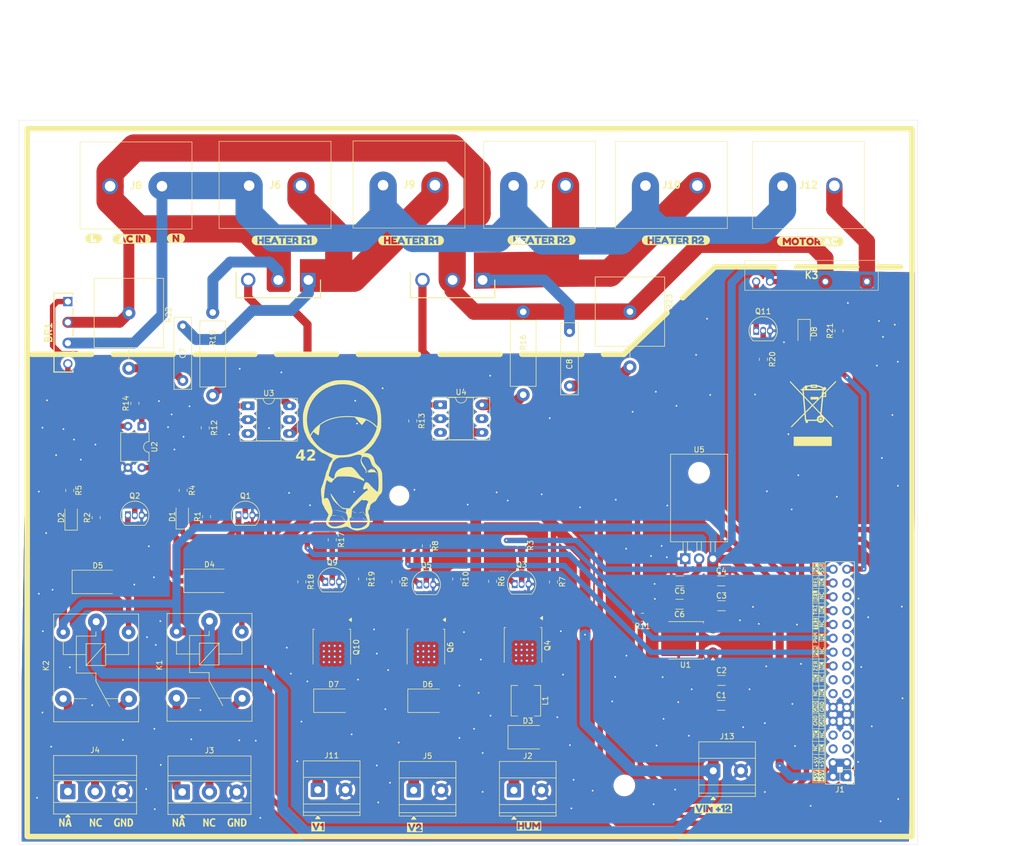
<source format=kicad_pcb>
(kicad_pcb (version 20241229) (generator "pcbnew") (generator_version "9.0")
  (layers (0 "F.Cu" signal) (2 "B.Cu" signal) (13 "F.Paste" user) (15 "B.Paste" user) (5 "F.SilkS" user "F.Silkscreen") (7 "B.SilkS" user "B.Silkscreen") (1 "F.Mask" user) (3 "B.Mask" user) (25 "Edge.Cuts" user))
  (net 0 "")
  (net 1 "+5V")
  (net 2 "GND")
  (net 3 "/ZC")
  (net 4 "/PWM_V2")
  (net 5 "/PWM_V1")
  (net 6 "/AC_L1")
  (net 7 "/AC_L2")
  (net 8 "/RY2")
  (net 9 "/RY1")
  (net 10 "/SSR_MOTOR")
  (net 11 "/PWM_H1")
  (net 12 "/LINEA")
  (net 13 "Net-(BR1-+)")
  (net 14 "/NEUTRO")
  (net 15 "Net-(BR1--)")
  (net 16 "+12V")
  (net 17 "Net-(D1-A)")
  (net 18 "/M-")
  (net 19 "Net-(D2-K)")
  (net 20 "Net-(D2-A)")
  (net 25 "Net-(Q3-B)")
  (net 26 "Net-(Q5-C)")
  (net 27 "Net-(Q5-B)")
  (net 31 "Net-(D1-K)")
  (net 42 "Net-(J6-Pin_2)")
  (net 43 "Net-(D8-A)")
  (net 44 "Net-(J4-Pin_2)")
  (net 45 "Net-(J4-Pin_1)")
  (net 46 "Net-(J12-Pin_2)")
  (net 47 "Net-(J10-Pin_2)")
  (net 48 "Net-(Q4-D)")
  (net 49 "Net-(Q1-B)")
  (net 50 "Net-(Q2-B)")
  (net 51 "Net-(Q3-C)")
  (net 52 "Net-(Q4-G)")
  (net 53 "Net-(Q6-G)")
  (net 54 "Net-(Q11-B)")
  (net 57 "+3.3V")
  (net 58 "Net-(J3-Pin_1)")
  (net 59 "Net-(J3-Pin_2)")
  (net 60 "Net-(Q7-Pad3)")
  (net 61 "Net-(Q8-Pad3)")
  (net 62 "Net-(Q9-B)")
  (net 63 "Net-(Q9-C)")
  (net 64 "Net-(Q10-G)")
  (net 65 "Net-(R12-Pad1)")
  (net 66 "Net-(R13-Pad1)")
  (net 67 "Net-(R14-Pad1)")
  (net 68 "Net-(R15-Pad2)")
  (net 69 "Net-(R16-Pad2)")
  (net 70 "Net-(C7-Pad1)")
  (net 71 "Net-(C8-Pad1)")
  (net 72 "Net-(D3-A1)")
  (net 73 "Net-(D6-A1)")
  (net 74 "Net-(D7-A1)")
  (footprint "Capacitor_SMD:C_1206_3216Metric_Pad1.33x1.80mm_HandSolder" (layer "F.Cu") (at 242.944 154.714 180)
    (property "Reference" "C5")
    (property "Value" "100nF")
  )
  (footprint "Resistor_SMD:R_0805_2012Metric" (layer "F.Cu") (at 130.946 138.088 -90)
    (property "Reference" "R5")
    (property "Value" "330")
  )
  (footprint "Resistor_SMD:R_0805_2012Metric" (layer "F.Cu") (at 151.774 138.088 -90)
    (property "Reference" "R4")
    (property "Value" "330")
  )
  (footprint "Capacitor_THT:C_Rect_L13.0mm_W3.0mm_P10.00mm_FKS3_FKP3_MKS4" (layer "F.Cu") (at 222.7 118.9 90)
    (property "Reference" "C8")
    (property "Value" "0.1uF")
  )
  (footprint "kibuzzard-69101D36" (layer "F.Cu") (at 267.8744 154.8684 90)
    (property "Reference" "kibuzzard-69101D36" (hide yes))
    (property "Value" "G***" (hide yes))
  )
  (footprint "Capacitor_SMD:C_1206_3216Metric_Pad1.33x1.80mm_HandSolder" (layer "F.Cu") (at 250.6025 173.002)
    (property "Reference" "C2")
    (property "Value" "10uF")
  )
  (footprint "Capacitor_SMD:C_1206_3216Metric_Pad1.33x1.80mm_HandSolder" (layer "F.Cu") (at 250.6025 159.286)
    (property "Reference" "C3")
    (property "Value" "100nF")
  )
  (footprint "Resistor_SMD:R_0805_2012Metric" (layer "F.Cu") (at 208.581 154.793 -90)
    (property "Reference" "R6")
    (property "Value" "2.2k")
  )
  (footprint "Package_TO_SOT_SMD:TO-252-2" (layer "F.Cu") (at 179.0675 166.9 -90)
    (property "Reference" "Q10")
    (property "Value" "PNP_MOSFET")
  )
  (footprint "MountingHole:MountingHole_3.2mm_M3" (layer "F.Cu") (at 169.2372 110.4352)
    (property "Reference" "REF**" (hide yes))
    (property "Value" "MountingHole_3.2mm_M3")
  )
  (footprint "SamacSys_Parts:NC6P10702" (layer "F.Cu") (at 188.4772 82.021)
    (property "Reference" "J9")
    (property "Value" "Heater_R1_2" (hide yes))
  )
  (footprint "Diode_SMD:D_SMB" (layer "F.Cu") (at 215.075 183.425)
    (property "Reference" "D3")
    (property "Value" "SM6T6V8A")
  )
  (footprint "Package_TO_SOT_SMD:TO-252-2" (layer "F.Cu") (at 196.3395 166.9 -90)
    (property "Reference" "Q6")
    (property "Value" "PNP_MOSFET")
  )
  (footprint "LED_SMD:LED_1206_3216Metric" (layer "F.Cu") (at 131.2 143.1 90)
    (property "Reference" "D2")
    (property "Value" "LED")
  )
  (footprint "Resistor_THT:R_Axial_DIN0414_L11.9mm_D4.5mm_P15.24mm_Horizontal" (layer "F.Cu") (at 214.2 105.28 -90)
    (property "Reference" "R16")
    (property "Value" "180")
  )
  (footprint "kibuzzard-69101ED2" (layer "F.Cu") (at 267.849 180.37 90)
    (property "Reference" "kibuzzard-69101ED2" (hide yes))
    (property "Value" "G***" (hide yes))
  )
  (footprint "LED_SMD:LED_1206_3216Metric" (layer "F.Cu") (at 151.6 142.9 90)
    (property "Reference" "D1")
    (property "Value" "LED")
  )
  (footprint "kibuzzard-69390791" (layer "F.Cu") (at 217.5764 92.1004)
    (property "Reference" "kibuzzard-69390791" (hide yes))
    (property "Value" "G***" (hide yes))
  )
  (footprint "Package_TO_SOT_SMD:TO-252-2" (layer "F.Cu") (at 244 165.642 180)
    (property "Reference" "U1")
    (property "Value" "L7805")
  )
  (footprint "kibuzzard-69101D2A" (layer "F.Cu") (at 268.992 154.97 90)
    (property "Reference" "kibuzzard-69101D2A" (hide yes))
    (property "Value" "G***" (hide yes))
  )
  (footprint "kibuzzard-69101CCC" (layer "F.Cu") (at 268.992 157.4084 90)
    (property "Reference" "kibuzzard-69101CCC" (hide yes))
    (property "Value" "G***" (hide yes))
  )
  (footprint "Resistor_THT:R_Axial_Power_L48.0mm_W12.5mm_P10.16mm_Vertical" (layer "F.Cu") (at 233.8 105.245 -90)
    (property "Reference" "R23")
    (property "Value" "33")
  )
  (footprint "kibuzzard-69390751" (layer "F.Cu") (at 193.6242 92.1766)
    (property "Reference" "kibuzzard-69390751" (hide yes))
    (property "Value" "G***" (hide yes))
  )
  (footprint "kibuzzard-69101D2A" (layer "F.Cu") (at 268.992 175.29 90)
    (property "Reference" "kibuzzard-69101D2A" (hide yes))
    (property "Value" "G***" (hide yes))
  )
  (footprint "SamacSys_Parts:NC6P10702" (layer "F.Cu") (at 212.4548 82.0718)
    (property "Reference" "J7")
    (property "Value" "Heater_R1" (hide yes))
  )
  (footprint "kibuzzard-69101CCC" (layer "F.Cu") (at 269.0428 167.5176 90)
    (property "Reference" "kibuzzard-69101CCC" (hide yes))
    (property "Value" "G***" (hide yes))
  )
  (footprint "Package_TO_SOT_SMD:TO-252-2" (layer "F.Cu") (at 214.168 166.59 -90)
    (property "Reference" "Q4")
    (property "Value" "PNP_MOSFET")
  )
  (footprint "kibuzzard-69390653" (layer "F.Cu") (at 194.31 199.9996)
    (property "Reference" "kibuzzard-69390653" (hide yes))
    (property "Value" "G***" (hide yes))
  )
  (footprint "Resistor_SMD:R_0805_2012Metric" (layer "F.Cu") (at 142.9 122.096 90)
    (property "Reference" "R14")
    (property "Value" "10k")
  )
  (footprint "Connector_PinHeader_2.54mm:PinHeader_2x16_P2.54mm_Vertical" (layer "F.Cu") (at 273.6314 190.6653 180)
    (property "Reference" "J1")
    (property "Value" "CONNECTOR MASTER")
  )
  (footprint "Symbol:WEEE-Logo_8.4x12mm_SilkScreen" (layer "F.Cu") (at 267.4112 123.9266)
    (property "Reference" "REF**" (hide yes))
    (property "Value" "WEEE-Logo_8.4x12mm_SilkScreen" (hide yes))
  )
  (footprint "kibuzzard-69101D2A" (layer "F.Cu") (at 268.992 170.337 90)
    (property "Reference" "kibuzzard-69101D2A" (hide yes))
    (property "Value" "G***" (hide yes))
  )
  (footprint "Resistor_SMD:R_0805_2012Metric" (layer "F.Cu") (at 236.1 161.4 180)
    (property "Reference" "R11")
    (property "Value" "10k")
  )
  (footprint "TerminalBlock_MetzConnect:TerminalBlock_MetzConnect_Type011_RT05503HBLC_1x03_P5.00mm_Horizontal" (layer "F.Cu") (at 130.6 193.4175)
    (property "Reference" "J4")
    (property "Value" "Screw_Terminal_01x03")
  )
  (footprint "SamacSys_Parts:NC6P10702" (layer "F.Cu") (at 163.8778 82.0972)
    (property "Reference" "J6")
    (property "Value" "Heater_R1" (hide yes))
  )
  (footprint "kibuzzard-693907E1" (layer "F.Cu") (at 135.3312 91.7702)
    (property "Reference" "kibuzzard-693907E1" (hide yes))
    (property "Value" "G***" (hide yes))
  )
  (footprint "" (layer "F.Cu") (at 191.4522 139.0559 90)
    (property "Reference" "")
    (property "Value" "")
  )
  (footprint "kibuzzard-69101D2A" (layer "F.Cu") (at 268.992 185.45 90)
    (property "Reference" "kibuzzard-69101D2A" (hide yes))
    (property "Value" "G***" (hide yes))
  )
  (footprint "TerminalBlock_Phoenix:TerminalBlock_Phoenix_MKDS-1,5-2-5.08_1x02_P5.08mm_Horizontal" (layer "F.Cu") (at 176.5 193.1)
    (property "Reference" "J11")
    (property "Value" "PWM_1")
  )
  (footprint "Resistor_SMD:R_0805_2012Metric" (layer "F.Cu") (at 272.186 108.768 90)
    (property "Reference" "R21")
    (property "Value" "330")
  )
  (footprint "kibuzzard-6933B8C0" (layer "F.Cu") (at 140.832 199.096)
    (property "Reference" "kibuzzard-6933B8C0" (hide yes))
    (property "Value" "G***" (hide yes))
  )
  (footprint "SamacSys_Parts:TO552P460X1530X2215-3P" (layer "F.Cu") (at 206.7622 99.4352 180)
    (property "Reference" "Q8" (hide yes))
    (property "Value" "BTA41-800B" (hide yes))
  )
  (footprint "Resistor_SMD:R_0805_2012Metric" (layer "F.Cu") (at 179.14 147.1605 -90)
    (property "Reference" "R17")
    (property "Value" "2.2k")
  )
  (footprint "Resistor_SMD:R_0805_2012Metric" (layer "F.Cu") (at 155.826 126.598 -90)
    (property "Reference" "R12")
    (property "Value" "100")
  )
  (footprint "Package_TO_SOT_THT:TO-92_Inline" (layer "F.Cu") (at 177.87 154.884)
    (property "Reference" "Q9")
    (property "Value" "2n2222A")
  )
  (footprint "Resistor_SMD:R_0805_2012Metric" (layer "F.Cu") (at 258.3 114 -90)
    (property "Reference" "R20")
    (property "Value" "1k")
  )
  (footprint "Resistor_SMD:R_0805_2012Metric" (layer "F.Cu") (at 156.07 142.9 90)
    (property "Reference" "R1")
    (property "Value" "1k")
  )
  (footprint "Diode_SMD:D_SMB_Handsoldering" (layer "F.Cu") (at 136.1 154.9)
    (property "Reference" "D5")
    (property "Value" "1N4148")
  )
  (footprint "Relay_THT:Relay_SPDT_SANYOU_SRD_Series_Form_C" (layer "F.Cu") (at 156.6 162.1 -90)
    (property "Reference" "K1")
    (property "Value" "SANYOU_SRD_Form_C")
  )
  (footprint "Diode_SMD:D_SMB" (layer "F.Cu") (at 179.399 176.728)
    (property "Reference" "D7")
    (property "Value" "SM6T6V8A")
  )
  (footprint "kibuzzard-69101CCC" (layer "F.Cu") (at 267.849 175.29 90)
    (property "Reference" "kibuzzard-69101CCC" (hide yes))
    (property "Value" "G***" (hide yes))
  )
  (footprint "LOGO" (layer "F.Cu") (at 169.128272 131.782146)
    (property "Reference" "42")
    (property "Value" "LOGO" (hide yes))
  )
  (footprint "kibuzzard-69102CE6" (layer "F.Cu") (at 268.992 152.43 90)
    (property "Reference" "kibuzzard-69102CE6" (hide yes))
    (property "Value" "G***" (hide yes))
  )
  (footprint "SamacSys_Parts:G3MB202PL" (layer "F.Cu") (at 277.301 99.7218)
    (property "Reference" "K3")
    (property "Value" "G3MB-202PL" (hide yes))
  )
  (footprint "Package_DIP:DIP-6_W7.62mm_Socket_LongPads" (layer "F.Cu") (at 198.9986 122.3672)
    (property "Reference" "U4")
    (property "Value" "MOC3021M")
  )
  (footprint "kibuzzard-6910205B" (layer "F.Cu") (at 267.97 190.5 90)
    (property "Reference" "kibuzzard-6910205B" (hide yes))
    (property "Value" "G***" (hide yes))
  )
  (footprint "Resistor_SMD:R_0805_2012Metric" (layer "F.Cu") (at 135.8 143.1 90)
    (property "Reference" "R2")
    (property "Value" "1k")
  )
  (footprint "kibuzzard-6939067E" (layer "F.Cu") (at 215.265 199.7202)
    (property "Reference" "kibuzzard-6939067E" (hide yes))
    (property "Value" "G***" (hide yes))
  )
  (footprint "TerminalBlock_Phoenix:TerminalBlock_Phoenix_MKDS-1,5-2-5.08_1x02_P5.08mm_Horizontal" (layer "F.Cu") (at 194.1 193.2)
    (property "Reference" "J5")
    (property "Value" "PWM")
  )
  (footprint "Diode_SMD:D_SMB_Handsoldering" (layer "F.Cu") (at 156.6 154.7)
    (property "Reference" "D4")
    (property "Value" "1N4148")
  )
  (footprint "Resistor_SMD:R_0805_2012Metric" (layer "F.Cu") (at 173.552 154.884 -90)
    (property "Reference" "R18")
    (property "Value" "2.2k")
  )
  (footprint "SamacSys_Parts:NC6P10702" (layer "F.Cu") (at 261.81 82.1182)
    (property "Reference" "J12")
    (property "Value" "MOTOR AC" (hide yes))
  )
  (footprint "Capacitor_SMD:C_1206_3216Metric_Pad1.33x1.80mm_HandSolder" (layer "F.Cu") (at 242.9 159 180)
    (property "Reference" "C6")
    (property "Value" "10uF")
  )
  (footprint "LED_SMD:LED_1206_3216Metric" (layer "F.Cu") (at 265.786 108.968 -90)
    (property "Reference" "D8")
    (property "Value" "LED")
  )
  (footprint "Package_TO_SOT_THT:TO-220F-3_Horizontal_TabDown" (layer "F.Cu") (at 243.96 150.65)
    (property "Reference" "U5")
    (property "Value" "LM1117T-3.3")
  )
  (footprint "kibuzzard-69101CCC" (layer "F.Cu") (at 269.0428 182.91 90)
    (property "Reference" "kibuzzard-69101CCC" (hide yes))
    (property "Value" "G***" (hide yes))
  )
  (footprint "kibuzzard-69390751" (layer "F.Cu") (at 170.3832 92.1512)
    (property "Reference" "kibuzzard-69390751" (hide yes))
    (property "Value" "G***" (hide yes))
  )
  (footprint "TerminalBlock_Phoenix:TerminalBlock_Phoenix_MKDS-1,5-2-5.08_1x02_P5.08mm_Horizontal" (layer "F.Cu") (at 212.5 193.2)
    (property "Reference" "J2")
    (property "Value" "PWM_1")
  )
  (footprint "Package_DIP:DIP-4_W7.62mm" (layer "F.Cu") (at 144.175 126.295 -90)
    (property "Reference" "U2")
    (property "Value" "PC817")
  )
  (footprint "kibuzzard-6939079C" (layer "F.Cu") (at 242.2398 92.1258)
    (property "Reference" "kibuzzard-6939079C" (hide yes))
    (property "Value" "G***" (hide yes))
  )
  (footprint "Resistor_THT:R_Axial_Power_L48.0mm_W12.5mm_P10.16mm_Vertical" (layer "F.Cu") (at 141.8 105.5 -90)
    (property "Reference" "R22")
    (property "Value" "33")
  )
  (footprint "kibuzzard-69101E3D" (layer "F.Cu") (at 267.849 167.67 90)
    (property "Reference" "kibuzzard-69101E3D" (hide yes))
    (property "Value" "G***" (hide yes))
  )
  (footprint "kibuzzard-69101E1F" (layer "F.Cu") (at 267.849 165.13 90)
    (property "Reference" "kibuzzard-69101E1F" (hide yes))
    (property "Value" "G***" (hide yes))
  )
  (footprint "TerminalBlock_Phoenix:TerminalBlock_Phoenix_MKDS-1,5-2-5.08_1x02_P5.08mm_Horizontal" (layer "F.Cu") (at 249.1 189.6)
    (property "Reference" "J13")
    (property "Value" "VIN")
  )
  (footprint "Package_TO_SOT_THT:TO-92_Inline" (layer "F.Cu") (at 161.934 142.66)
    (property "Reference" "Q1")
    (property "Value" "2n2222A")
  )
  (footprint "Capacitor_SMD:C_1206_3216Metric_Pad1.33x1.80mm_HandSolder" (layer "F.Cu") (at 250.564 177.574)
    (property "Reference" "C1")
    (property "Value" "100nF")
  )
  (footprint "SamacSys_Parts:NC6P10702" (layer "F.Cu") (at 236.6488 82.0972)
    (property "Reference" "J10")
    (property "Value" "Heater_R1_2" (hide yes))
  )
  (footprint "kibuzzard-6933B8AD" (layer "F.Cu") (at 130.16 199.096)
    (property "Reference" "kibuzzard-6933B8AD" (hide yes))
    (property "Value" "G***" (hide yes))
  )
  (footprint "Resistor_SMD:R_0805_2012Metric" (layer "F.Cu") (at 184.728 154.376 -90)
    (property "Reference" "R19")
    (property "Value" "10k")
  )
  (footprint "kibuzzard-69101D02" (layer "F.Cu") (at 267.8744 152.43 90)
    (property "Reference" "kibuzzard-69101D02" (hide yes))
    (property "Value" "G***" (hide yes))
  )
  (footprint "kibuzzard-69101CCC" (layer "F.Cu") (at 267.849 185.323 90)
    (property "Reference" "kibuzzard-69101CCC" (hide yes))
    (property "Value" "G***" (hide yes))
  )
  (footprint "kibuzzard-69101D16" (layer "F.Cu") (at 267.8744 157.51 90)
    (property "Reference" "kibuzzard-69101D16" (hide yes))
    (property "Value" "G***" (hide yes))
  )
  (footprint "kibuzzard-69101CCC" (layer "F.Cu") (at 268.992 162.59 90)
    (property "Reference" "kibuzzard-69101CCC" (hide yes))
    (property "Value" "G***" (hide yes))
  )
  (footprint "Package_TO_SOT_THT:TO-92_Inline" (layer "F.Cu") (at 195.142 155.392)
    (property "Reference" "Q5")
    (property "Value" "2n2222A")
  )
  (footprint "kibuzzard-6933B8C0" (layer "F.Cu") (at 161.66 199.096)
    (property "Reference" "kibuzzard-6933B8C0" (hide yes))
    (property "Value" "G***" (hide yes))
  )
  (footprint "MountingHole:MountingHole_3.5mm" (layer "F.Cu") (at 232.7714 192.2956 90)
    (property "Reference" "REF**" (hide yes))
    (property "Value" "MountingHole_3.5mm")
  )
  (footprint "kibuzzard-69101DDA" (layer "F.Cu") (at 267.8236 160.05 90)
    (property "Reference" "kibuzzard-69101DDA" (hide yes))
    (property "Value" "G***" (hide yes))
  )
  (footprint "kibuzzard-6939072C" (layer "F.Cu") (at 142.3416 91.8972)
    (property "Reference" "kibuzzard-6939072C" (hide yes))
    (property "Value" "G***" (hide yes))
  )
  (footprint "kibuzzard-6933B8B3" (layer "F.Cu") (at 135.752 199.096)
    (property "Reference" "kibuzzard-6933B8B3" (hide yes))
    (property "Value" "G***" (hide yes))
  )
  (footprint "Resistor_SMD:R_0805_2012Metric" (layer "F.Cu") (at 202 154.376 -90)
    (property "Reference" "R10")
    (property "Value" "10k")
  )
  (footprint "Relay_THT:Relay_SPDT_SANYOU_SRD_Series_Form_C" (layer "F.Cu") (at 135.8 162.2 -90)
    (property "Reference" "K2")
    (property "Value" "SANYOU_SRD_Form_C")
  )
  (footprint "SamacSys_Parts:NC6P10702" (layer "F.Cu") (at 138.3508 82.1988)
    (property "Reference" "J8")
    (property "Value" "AC_IN" (hide yes))
  )
  (footprint "Capacitor_SMD:C_1206_3216Metric_Pad1.33x1.80mm_HandSolder" (layer "F.Cu") (at 250.564 154.714)
    (property "Reference" "C4")
    (property "Value" "10uF")
  )
  (footprint "Package_TO_SOT_THT:TO-92_Inline" (layer "F.Cu") (at 212.645 155.301)
    (property "Reference" "Q3")
    (property "Value" "2n2222A")
  )
  (footprint "kibuzzard-69101EFC" (layer "F.Cu") (at 267.97 187.96 90)
    (property "Reference" "kibuzzard-69101EFC" (hide yes))
    (property "Value" "G***" (hide yes))
  )
  (footprint "Resistor_SMD:R_0805_2012Metric" (layer "F.Cu") (at 190.824 154.884 -90)
    (property "Reference" "R9")
    (property "Value" "2.2k")
  )
  (footprint "Package_TO_SOT_THT:TO-92_Inline" (layer "F.Cu") (at 141.614 142.66)
    (property "Reference" "Q2")
    (property "Value" "2n2222A")
  )
  (footprint "Inductor_SMD:L_Sunlord_MWSA0518S" (layer "F.Cu") (at 214.7 176.728 -90)
    (property "Reference" "L1")
    (property "Value" "100uH")
  )
  (footprint "Package_TO_SOT_THT:TO-92_Inline" (layer "F.Cu") (at 256.986 108.768)
    (property "Reference" "Q11")
    (property "Value" "2n2222A")
  )
  (footprint "kibuzzard-69101DF9" (layer "F.Cu") (at 267.849 162.59 90)
    (property "Reference" "kibuzzard-69101DF9" (hide yes))
    (property "Value" "G***" (hide yes))
  )
  (footprint "kibuzzard-69101D2A" (layer "F.Cu") (at 267.976 182.91 90)
    (property "Reference" "kibuzzard-69101D2A" (hide yes))
    (property "Value" "G***" (hide yes))
  )
  (footprint "SamacSys_Parts:KBP208G" (layer "F.Cu") (at 130.6 103.4 -90)
    (property "Reference" "BR1")
    (property "Value" "KBP208G" (hide yes))
  )
  (footprint "kibuzzard-69101ED2" (layer "F.Cu") (at 269.0428 177.83 90)
    (property "Reference" "kibuzzard-69101ED2" (hide yes))
    (property "Value" "G***" (hide yes))
  )
  (footprint "kibuzzard-693906A7" (layer "F.Cu") (at 249.0978 196.5198)
    (property "Reference" "kibuzzard-693906A7" (hide yes))
    (property "Value" "G***" (hide yes))
  )
  (footprint "kibuzzard-6933B8B3" (layer "F.Cu") (at 156.58 199.096)
    (property "Reference" "kibuzzard-6933B8B3" (hide yes))
    (property "Value" "G***" (hide yes))
  )
  (footprint "kibuzzard-69101CAE" (layer "F.Cu") (at 268.992 180.37 90)
    (property "Reference" "kibuzzard-69101CAE" (hide yes))
    (property "Value" "G***" (hide yes))
  )
  (footprint "kibuzzard-69101D2A" (layer "F.Cu") (at 268.992 165.13 90)
    (property "Reference" "kibuzzard-69101D2A" (hide yes))
    (property "Value" "G***" (hide yes))
  )
  (footprint "kibuzzard-69101D2A" (layer "F.Cu") (at 267.849 172.623 90)
    (property "Reference" "kibuzzard-69101D2A" (hide yes))
    (property "Value" "G***" (hide yes))
  )
  (footprint "Resistor_SMD:R_0805_2012Metric" (layer "F.Cu") (at 213.9 148.1875 -90)
    (property "Reference" "R3")
    (property "Value" "2.2k")
  )
  (footprint "kibuzzard-6933B8AD" (layer "F.Cu") (at 150.988 199.096)
    (property "Reference" "kibuzzard-6933B8AD" (hide yes))
    (property "Value" "G***" (hide yes))
  )
  (footprint "SamacSys_Parts:TO552P460X1530X2215-3P" (layer "F.Cu") (at 174.7622 99.4352 180)
    (property "Reference" "Q7" (hide yes))
    (property "Value" "BTA41-800B" (hide yes))
  )
  (footprint "Resistor_SMD:R_0805_2012Metric" (layer "F.Cu") (at 193.926 125.328 -90)
    (property "Reference" "R13")
    (property "Value" "100")
  )
  (footprint "MountingHole:MountingHole_3.2mm_M3" (layer "F.Cu") (at 281.6226 76.104)
    (property "Reference" "REF**" (hide yes))
    (property "Value" "MountingHole_3.2mm_M3")
  )
  (footprint "kibuzzard-69101EFC" (layer "F.Cu") (at 268.992 187.99 90)
    (property "Reference" "kibuzzard-69101EFC" (hide yes))
    (property "Value" "G***" (hide yes))
  )
  (footprint "Package_DIP:DIP-6_W7.62mm_Socket_LongPads" (layer "F.Cu") (at 163.68 122.56)
    (property "Reference" "U3")
    (property "Value" "MOC3021M")
  )
  (footprint "kibuzzard-693907B1" (layer "F.Cu") (at 266.9032 92.3544)
    (property "Reference" "kibuzzard-693907B1" (hide yes))
    (property "Value" "G***" (hide yes))
  )
  (footprint "Capacitor_THT:C_Rect_L13.0mm_W3.0mm_P10.00mm_FKS3_FKP3_MKS4" (layer "F.Cu") (at 151.7 117.9 90)
    (property "Reference" "C7")
    (property "Value" "0.1uF")
  )
  (footprint "Diode_SMD:D_SMB" (layer "F.Cu") (at 196.671 176.728)
    (property "Reference" "D6")
    (property "Value" "SM6T6V8A")
  )
  (footprint "kibuzzard-69101CCC" (layer "F.Cu") (at 269.0428 172.5976 90)
    (property "Reference" "kibuzzard-69101CCC" (hide yes))
    (property "Value" "G***" (hide yes))
  )
  (footprint "kibuzzard-6910205B" (layer "F.Cu") (at 268.992 190.53 90)
    (property "Reference" "kibuzzard-6910205B" (hide yes))
    (property "Value" "G***" (hide yes))
  )
  (footprint "MountingHole:MountingHole_3.2mm_M3" (layer "F.Cu") (at 201.2372 110.4352)
    (property "Reference" "REF**" (hide yes))
    (property "Value" "MountingHole_3.2mm_M3")
  )
  (footprint "kibuzzard-69101D2A" (layer "F.Cu") (at 268.992 160.05 90)
    (property "Reference" "kibuzzard-69101D2A" (hide yes))
    (property "Value" "G***" (hide yes))
  )
  (footprint "kibuzzard-693907F7" (layer "F.Cu") (at 150.4442 91.7702)
    (property "Reference" "kibuzzard-693907F7" (hide yes))
    (property "Value" "G***" (hide yes))
  )
  (footprint "kibuzzard-6939064C" (layer "F.Cu") (at 176.53 199.8472)
    (property "Reference" "kibuzzard-6939064C" (hide yes))
    (property "Value" "G***" (hide yes))
  )
  (footprint "MountingHole:MountingHole_3.2mm_M3" (layer "F.Cu") (at 127.6226 76.104)
    (property "Reference" "REF**" (hide yes))
    (property "Value" "MountingHole_3.2mm_M3")
  )
  (footprint "Resistor_SMD:R_0805_2012Metric" (layer "F.Cu") (at 219.757 154.8965 -90)
    (property "Reference" "R7")
    (property "Value" "10k")
  )
  (footprint "Resistor_THT:R_Axial_DIN0414_L11.9mm_D4.5mm_P15.24mm_Horizontal" (layer "F.Cu") (at 157.2 105.4 -90)
    (property "Reference" "R15")
    (property "Value" "180")
  )
  (footprint "kibuzzard-69101CAE" (layer "F.Cu") (at 267.849 177.83 90)
    (property "Reference" "kibuzzard-69101CAE" (hide yes))
    (property "Value" "G***" (hide yes))
  )
  (footprint "kibuzzard-69101E6F" (layer "F.Cu") (at 267.8744 170.3116 90)
    (property "Reference" "kibuzzard-69101E6F" (hide yes))
    (property "Value" "G***" (hide yes))
  )
  (footprint "TerminalBlock_MetzConnect:TerminalBlock_MetzConnect_Type011_RT05503HBLC_1x03_P5.00mm_Horizontal" (layer "F.Cu") (at 151.6 193.5)
    (property "Reference" "J3")
    (property "Value" "Screw_Terminal_01x03")
  )
  (footprint "Resistor_SMD:R_0805_2012Metric" (layer "F.Cu") (at 196.412 148.28 -90)
    (property "Reference" "R8")
    (property "Value" "2.2k")
  )
  (gr_poly (pts (xy 167.5892 101.5238) (xy 167.2082 101.1428) (xy 167.2082 97.2566) (xy 167.2336 97.2312) (xy 162.4584 92.456) (xy 161.798 92.456) (xy 161.895109 87.63) (xy 164.8968 87.63) (xy 171.45 94.1832) (xy 171.45 101.219) (xy 171.1452 101.5238)) (stroke (width 0.2)) (fill yes) (layer "F.Cu") (net 12))
  (gr_poly (pts (xy 205.137295 94.361028) (xy 224.482895 94.152305) (xy 224.3 100.645083) (xy 205.1558 101.054926)) (fill yes) (layer "F.Cu") (net 47))
  (gr_rect (start 173.3042 95.7016) (end 182.753 101.5238) (stroke (width 0.2)) (fill yes) (layer "F.Cu") (net 42))
  (gr_line (start 268.484 191.7492) (end 268.484 151.402752) (stroke (width 0.1)) (layer "F.SilkS"))
  (gr_line (start 267.3664 169.067) (end 269.5 169.067) (stroke (width 0.1)) (layer "F.SilkS"))
  (gr_line (start 267.3664 161.32) (end 269.5 161.32) (stroke (width 0.1)) (layer "F.SilkS"))
  (gr_line (start 267.3664 156.113) (end 269.5 156.113) (stroke (width 0.1)) (layer "F.SilkS"))
  (gr_line (start 267.3664 158.78) (end 269.5 158.78) (stroke (width 0.1)) (layer "F.SilkS"))
  (gr_line (start 267.3664 174.02) (end 269.5 174.02) (stroke (width 0.1)) (layer "F.SilkS"))
  (gr_line (start 267.3664 153.7) (end 269.5 153.7) (stroke (width 0.1)) (layer "F.SilkS"))
  (gr_line (start 267.3664 184.18) (end 269.5 184.18) (stroke (width 0.1)) (layer "F.SilkS"))
  (gr_rect (start 267.336776 151.402752) (end 269.508101 191.772597) (stroke (width 0.1)) (fill no) (layer "F.SilkS"))
  (gr_line (start 267.341 171.607) (end 269.5 171.607) (stroke (width 0.1)) (layer "F.SilkS"))
  (gr_line (start 232.664 113.0852) (end 249.428 97.028) (stroke (width 1) (type dash)) (layer "F.SilkS"))
  (gr_line (start 123.952 113.0852) (end 232.664 113.0852) (stroke (width 1) (type dash)) (layer "F.SilkS"))
  (gr_line (start 267.3664 186.593) (end 269.5 186.593) (stroke (width 0.1)) (layer "F.SilkS"))
  (gr_line (start 267.3664 179.1) (end 269.5 179.1) (stroke (width 0.1)) (layer "F.SilkS"))
  (gr_line (start 267.3664 189.26) (end 269.5 189.26) (stroke (width 0.1)) (layer "F.SilkS"))
  (gr_line (start 267.3664 176.433) (end 269.517148 176.433) (stroke (width 0.1)) (layer "F.SilkS"))
  (gr_line (start 249.428 97.028) (end 283.464 97.028) (stroke (width 1) (type dash)) (layer "F.SilkS"))
  (gr_line (start 267.3664 181.894) (end 269.5 181.894) (stroke (width 0.1)) (layer "F.SilkS"))
  (gr_rect (start 123.1392 71.628) (end 285.5976 201.676) (stroke (width 1)) (fill no) (layer "F.SilkS"))
  (gr_rect (start 121.6226 70.104) (end 286.6226 203.104) (stroke (width 0.05)) (fill no) (layer "Edge.Cuts"))
  (segment (start 151.074 139.0005) (end 148.971 141.1035) (width 1) (layer "F.Cu") (net 1))
  (segment (start 151.774 139.0005) (end 151.074 139.0005) (width 1) (layer "F.Cu") (net 1))
  (segment (start 133.4 154.9) (end 129.7 158.6) (width 1.5) (layer "F.Cu") (net 1))
  (segment (start 249.04 159.286) (end 249.04 154.7525) (width 2) (layer "F.Cu") (net 1))
  (segment (start 150.5 164) (end 150.55 164.05) (width 1.5) (layer "F.Cu") (net 1))
  (segment (start 128.905 141.0415) (end 130.946 139.0005) (width 1) (layer "F.Cu") (net 1))
  (segment (start 153.67 154.93) (end 153.67 162.814) (width 1.5) (layer "F.Cu") (net 1))
  (segment (start 128.905 153.035) (end 128.905 141.0415) (width 1) (layer "F.Cu") (net 1))
  (segment (start 272.186 107.8555) (end 272.425344 107.8555) (width 1) (layer "F.Cu") (net 1))
  (segment (start 272.186 107.8555) (end 264.0523 99.7218) (width 1) (layer "F.Cu") (net 1))
  (segment (start 249.04 154.7525) (end 249.0015 154.714) (width 2) (layer "F.Cu") (net 1))
  (segment (start 153.67 162.814) (end 152.484 164) (width 1.5) (layer "F.Cu") (net 1))
  (segment (start 261.2898 159.1564) (end 252.7834 150.65) (width 1.5) (layer "F.Cu") (net 1))
  (segment (start 129.7 158.6) (end 129.7 164.1) (width 1.5) (layer "F.Cu") (net 1))
  (segment (start 129.7 164.1) (end 129.75 164.15) (width 1.5) (layer "F.Cu") (net 1))
  (segment (start 264.0523 99.7218) (end 260.096 99.7218) (width 1) (layer "F.Cu") (net 1))
  (segment (start 249.0015 150.6885) (end 249.04 150.65) (width 2) (layer "F.Cu") (net 1))
  (segment (start 252.7834 150.65) (end 249.04 150.65) (width 1.5) (layer "F.Cu") (net 1))
  (segment (start 152.484 164) (end 150.5 164) (width 1.5) (layer "F.Cu") (net 1))
  (segment (start 130.77 154.9) (end 128.905 153.035) (width 1) (layer "F.Cu") (net 1))
  (segment (start 249.0015 154.714) (end 249.0015 150.6885) (width 2) (layer "F.Cu") (net 1))
  (segment (start 261.2898 188.6712) (end 261.2898 159.1564) (width 1.5) (layer "F.Cu") (net 1))
  (segment (start 133.4 154.9) (end 130.77 154.9) (width 1) (layer "F.Cu") (net 1))
  (segment (start 150.9 154.7) (end 153.9 154.7) (width 1) (layer "F.Cu") (net 1))
  (segment (start 249.04 163.362) (end 249.04 159.286) (width 2) (layer "F.Cu") (net 1))
  (segment (start 260.096 99.7218) (end 259.521 99.7218) (width 1) (layer "F.Cu") (net 1))
  (segment (start 148.971 152.771) (end 150.9 154.7) (width 1) (layer "F.Cu") (net 1))
  (segment (start 148.971 141.1035) (end 148.971 152.771) (width 1) (layer "F.Cu") (net 1))
  (via (at 261.2898 188.6712) (size 0.8) (drill 0.3) (layers "F.Cu" "B.Cu") (net 1))
  (segment (start 273.6314 188.1253) (end 273.6314 190.6653) (width 1.5) (layer "B.Cu") (net 1))
  (segment (start 271.0914 190.6653) (end 271.0914 188.1253) (width 1.5) (layer "B.Cu") (net 1))
  (segment (start 247.777 144.907) (end 249.04 146.17) (width 1.5) (layer "B.Cu") (net 1))
  (segment (start 258.572 97.79) (end 259.521 98.739) (width 1.5) (layer "B.Cu") (net 1))
  (segment (start 261.2898 188.6712) (end 263.271 190.6524) (width 1.5) (layer "B.Cu") (net 1))
  (segment (start 150.55 164.05) (end 150.55 148.281) (width 1.5) (layer "B.Cu") (net 1))
  (segment (start 249.04 146.17) (end 249.04 150.65) (width 1.5) (layer "B.Cu") (net 1))
  (segment (start 153.924 144.907) (end 247.777 144.907) (width 1.5) (layer "B.Cu") (net 1))
  (segment (start 249.04 150.65) (end 252.476 147.214) (width 1.5) (layer "B.Cu") (net 1))
  (segment (start 271.0785 190.6524) (end 271.0914 190.6653) (width 1.5) (layer "B.Cu") (net 1))
  (segment (start 129.75 164.15) (end 129.75 162.35) (width 1.5) (layer "B.Cu") (net 1))
  (segment (start 259.521 98.739) (end 259.521 99.7218) (width 1.5) (layer "B.Cu") (net 1))
  (segment (start 150.55 158.877) (end 150.55 164.05) (width 1.5) (layer "B.Cu") (net 1))
  (segment (start 252.476 99.949) (end 254.635 97.79) (width 1.5) (layer "B.Cu") (net 1))
  (segment (start 150.55 148.281) (end 153.924 144.907) (width 1.5) (layer "B.Cu") (net 1))
  (segment (start 252.476 147.214) (end 252.476 99.949) (width 1.5) (layer "B.Cu") (net 1))
  (segment (start 133.223 158.877) (end 150.55 158.877) (width 1.5) (layer "B.Cu") (net 1))
  (segment (start 254.635 97.79) (end 258.572 97.79) (width 1.5) (layer "B.Cu") (net 1))
  (segment (start 271.0914 188.1253) (end 273.6314 188.1253) (width 1.5) (layer "B.Cu") (net 1))
  (segment (start 129.75 162.35) (end 133.223 158.877) (width 1.5) (layer "B.Cu") (net 1))
  (segment (start 273.6314 190.6653) (end 271.0914 190.6653) (width 1.5) (layer "B.Cu") (net 1))
  (segment (start 263.271 190.6524) (end 271.0785 190.6524) (width 1.5) (layer "B.Cu") (net 1))
  (via (at 239.6236 148.2852) (size 0.8) (drill 0.3) (layers "F.Cu" "B.Cu") (net 2))
  (via (at 146.558 196.6468) (size 0.8) (drill 0.3) (layers "F.Cu" "B.Cu") (net 2))
  (via (at 211.3534 139.954) (size 0.8) (drill 0.3) (layers "F.Cu" "B.Cu") (net 2))
  (via (at 202.4888 183.5658) (size 0.8) (drill 0.3) (layers "F.Cu" "B.Cu") (net 2))
  (via (at 167.5384 126.6444) (size 0.8) (drill 0.3) (layers "F.Cu" "B.Cu") (net 2))
  (via (at 194.2338 137.9728) (size 0.8) (drill 0.3) (layers "F.Cu" "B.Cu") (net 2))
  (via (at 224.6376 141.1986) (size 0.8) (drill 0.3) (layers "F.Cu" "B.Cu") (net 2))
  (via (at 234.2896 123.6472) (size 0.8) (drill 0.3) (layers "F.Cu" "B.Cu") (net 2))
  (via (at 275.6916 187.96) (size 0.8) (drill 0.3) (layers "F.Cu" "B.Cu") (net 2))
  (via (at 255.7526 174.625) (size 0.8) (drill 0.3) (layers "F.Cu" "B.Cu") (net 2))
  (via (at 240.5634 150.368) (size 0.8) (drill 0.3) (layers "F.Cu" "B.Cu") (net 2))
  (via (at 175.0568 140.8176) (size 0.8) (drill 0.3) (layers "F.Cu" "B.Cu") (net 2))
  (via (at 203.327 164.1348) (size 0.8) (drill 0.3) (layers "F.Cu" "B.Cu") (net 2))
  (via (at 206.756 186.3344) (size 0.8) (drill 0.3) (layers "F.Cu" "B.Cu") (net 2))
  (via (at 280.0604 132.1308) (size 0.8) (drill 0.3) (layers "F.Cu" "B.Cu") (net 2))
  (via (at 147.6502 188.5188) (size 0.8) (drill 0.3) (layers "F.Cu" "B.Cu") (net 2))
  (via (at 264.7188 135.3058) (size 0.8) (drill 0.3) (layers "F.Cu" "B.Cu") (net 2))
  (via (at 240.665 140.8684) (size 0.8) (drill 0.3) (layers "F.Cu" "B.Cu") (net 2))
  (via (at 226.95 193.25) (size 0.8) (drill 0.3) (layers "F.Cu" "B.Cu") (net 2))
  (via (at 169.799 116.4082) (size 0.8) (drill 0.3) (layers "F.Cu" "B.Cu") (net 2))
  (via (at 140.6906 183.9214) (size 0.8) (drill 0.3) (layers "F.Cu" "B.Cu") (net 2))
  (via (at 264.1092 185.039) (size 0.8) (drill 0.3) (layers "F.Cu" "B.Cu") (net 2))
  (via (at 230.55 176.85) (size 0.8) (drill 0.3) (layers "F.Cu" "B.Cu") (net 2))
  (via (at 271.78 139.2428) (size 0.8) (drill 0.3) (layers "F.Cu" "B.Cu") (net 2))
  (via (at 217.6018 138.811) (size 0.8) (drill 0.3) (layers "F.Cu" "B.Cu") (net 2))
  (via (at 282.4226 107.6452) (size 0.8) (drill 0.3) (layers "F.Cu" "B.Cu") (net 2))
  (via (at 283.0068 137.2362) (size 0.8) (drill 0.3) (layers "F.Cu" "B.Cu") (net 2))
  (via (at 126.0094 163.957) (size 0.8) (drill 0.3) (layers "F.Cu" "B.Cu") (net 2))
  (via (at 128.4478 131.5974) (size 0.8) (drill 0.3) (layers "F.Cu" "B.Cu") (net 2))
  (via (at 279.146 115.1636) (size 0.8) (drill 0.3) (layers "F.Cu" "B.Cu") (net 2))
  (via (at 183.6928 125.8062) (size 0.8) (drill 0.3) (layers "F.Cu" "B.Cu") (net 2))
  (via (at 238.5568 119.9642) (size 0.8) (drill 0.3) (layers "F.Cu" "B.Cu") (net 2))
  (via (at 239.9792 180.0606) (size 0.8) (drill 0.3) (layers "F.Cu" "B.Cu") (net 2))
  (via (at 144.9832 192.9638) (size 0.8) (drill 0.3) (layers "F.Cu" "B.Cu") (net 2))
  (via (at 283.0576 194.7926) (size 0.8) (drill 0.3) (layers "F.Cu" "B.Cu") (net 2))
  (via (at 182.7022 182.9054) (size 0.8) (drill 0.3) (layers "F.Cu" "B.Cu") (net 2))
  (via (at 187.325 188.6204) (size 0.8) (drill 0.3) (layers "F.Cu" "B.Cu") (net 2))
  (via (at 208.2038 179.4764) (size 0.8) (drill 0.3) (layers "F.Cu" "B.Cu") (net 2))
  (via (at 239.8014 172.3898) (size 0.8) (drill 0.3) (layers "F.Cu" "B.Cu") (net 2))
  (via (at 127.7874 156.337) (size 0.8) (drill 0.3) (layers "F.Cu" "B.Cu") (net 2))
  (via (at 145.1356 165.0492) (size 0.8) (drill 0.3) (layers "F.Cu" "B.Cu") (net 2))
  (via (at 142.7988 155.3972) (size 0.8) (drill 0.3) (layers "F.Cu" "B.Cu") (net 2))
  (via (at 277.5458 161.3916) (size 0.8) (drill 0.3) (layers "F.Cu" "B.Cu") (net 2))
  (via (at 124.9426 194.564) (size 0.8) (drill 0.3) (layers "F.Cu" "B.Cu") (net 2))
  (via (at 145.4658 148.3614) (size 0.8) (drill 0.3) (layers "F.Cu" "B.Cu") (net 2))
  (via (at 148.9964 126.4666) (size 0.8) (drill 0.3) (layers "F.Cu" "B.Cu") (net 2))
  (via (at 127.5334 185.166) (size 0.8) (drill 0.3) (layers "F.Cu" "B.Cu") (net 2))
  (via (at 152.9334 122.6312) (size 0.8) (drill 0.3) (layers "F.Cu" "B.Cu") (net 2))
  (via (at 281.9908 124.2314) (size 0.8) (drill 0.3) (layers "F.Cu" "B.Cu") (net 2))
  (via (at 276.2758 170.5356) (size 0.8) (drill 0.3) (layers "F.Cu" "B.Cu") (net 2))
  (via (at 171.2214 138.557) (size 0.8) (drill 0.3) (layers "F.Cu" "B.Cu") (net 2))
  (via (at 262.89 127.762) (size 0.8) (drill 0.3) (layers "F.Cu" "B.Cu") (net 2))
  (via (at 254.5842 181.5846) (size 0.8) (drill 0.3) (layers "F.Cu" "B.Cu") (net 2))
  (via (at 206.4258 169.164) (size 0.8) (drill 0.3) (layers "F.Cu" "B.Cu") (net 2))
  (via (at 280.2636 109.8804) (size 0.8) (drill 0.3) (layers "F.Cu" "B.Cu") (net 2))
  (via (at 183.3626 121.6152) (size 0.8) (drill 0.3) (layers "F.Cu" "B.Cu") (net 2))
  (via (at 258.572 180.848) (size 0.8) (drill 0.3) (layers "F.Cu" "B.Cu") (net 2))
  (via (at 258.826 170.4086) (size 0.8) (drill 0.3) (layers "F.Cu" "B.Cu") (net 2))
  (via (at 238.15 195.75) (size 0.8) (drill 0.3) (layers "F.Cu" "B.Cu") (net 2))
  (via (at 135.0772 177.546) (size 0.8) (drill 0.3) (layers "F.Cu" "B.Cu") (net 2))
  (via (at 223.05 196.5) (size 0.8) (drill 0.3) (layers "F.Cu" "B.Cu") (net 2))
  (via (at 171.5516 171.7548) (size 0.8) (drill 0.3) (layers "F.Cu" "B.Cu") (net 2))
  (via (at 283.718 159.4358) (size 0.8) (drill 0.3) (layers "F.Cu" "B.Cu") (net 2))
  (via (at 146.4056 154.051) (size 0.8) (drill 0.3) (layers "F.Cu" "B.Cu") (net 2))
  (via (at 263.4996 141.5796) (size 0.8) (drill 0.3) (layers "F.Cu" "B.Cu") (net 2))
  (via (at 125.2728 138.303) (size 0.8) (drill 0.3) (layers "F.Cu" "B.Cu") (net 2))
  (via (at 132.969 132.4356) (size 0.8) (drill 0.3) (layers "F.Cu" "B.Cu") (net 2))
  (via (at 221.107 163.957) (size 0.8) (drill 0.3) (layers "F.Cu" "B.Cu") (net 2))
  (via (at 247.9548 106.553) (size 0.8) (drill 0.3) (layers "F.Cu" "B.Cu") (net 2))
  (via (at 130.9624 170.5864) (size 0.8) (drill 0.3) (layers "F.Cu" "B.Cu") (net 2))
  (via (at 257.4544 162.6108) (size 0.8) (drill 0.3) (layers "F.Cu" "B.Cu") (net 2))
  (via (at 258.572 193.4972) (size 0.8) (drill 0.3) (layers "F.Cu" "B.Cu") (net 2))
  (via (at 206.0194 175.2854) (size 0.8) (drill 0.3) (layers "F.Cu" "B.Cu") (net 2))
  (via (at 185.674 140.7668) (size 0.8) (drill 0.3) (layers "F.Cu" "B.Cu") (net 2))
  (via (at 160.2232 127.8128) (size 0.8) (drill 0.3) (layers "F.Cu" "B.Cu") (net 2))
  (via (at 221.5134 171.9326) (size 0.8) (drill 0.3) (layers "F.Cu" "B.Cu") (net 2))
  (via (at 254 161.9504) (size 0.8) (drill 0.3) (layers "F.Cu" "B.Cu") (net 2))
  (via (at 273.812 103.6574) (size 0.8) (drill 0.3) (layers "F.Cu" "B.Cu") (net 2))
  (via (at 183.8706 172.847) (size 0.8) (drill 0.3) (layers "F.Cu" "B.Cu") (net 2))
  (via (at 125.2728 157.0736) (size 0.8) (drill 0.3) (layers "F.Cu" "B.Cu") (net 2))
  (via (at 187.325 168.0718) (size 0.8) (drill 0.3) (layers "F.Cu" "B.Cu") (net 2))
  (via (at 283.845 176.276) (size 0.8) (drill 0.3) (layers "F.Cu" "B.Cu") (net 2))
  (via (at 248.539 120.5484) (size 0.8) (drill 0.3) (layers "F.Cu" "B.Cu") (net 2))
  (via (at 189.4078 171.0944) (size 0.8) (drill 0.3) (layers "F.Cu" "B.Cu") (net 2))
  (via (at 172.72 187.8584) (size 0.8) (drill 0.3) (layers "F.Cu" "B.Cu") (net 2))
  (via (at 262.0772 110.871) (size 0.8) (drill 0.3) (layers "F.Cu" "B.Cu") (net 2))
  (via (at 191.3382 184.404) (size 0.8) (drill 0.3) (layers "F.Cu" "B.Cu") (net 2))
  (via (at 179.2224 118.5926) (size 0.8) (drill 0.3) (layers "F.Cu" "B.Cu") (net 2))
  (via (at 162.0774 183.9976) (size 0.8) (drill 0.3) (layers "F.Cu" "B.Cu") (net 2))
  (via (at 231.1 172.35) (size 0.8) (drill 0.3) (layers "F.Cu" "B.Cu") (net 2))
  (via (at 183.1594 138.3538) (size 0.8) (drill 0.3) (layers "F.Cu" "B.Cu") (net 2))
  (via (at 126.619 145.923) (size 0.8) (drill 0.3) (layers "F.Cu" "B.Cu") (net 2))
  (via (at 242.1 193.05) (size 0.8) (drill 0.3) (layers "F.Cu" "B.Cu") (net 2))
  (via (at 209.3214 138.4554) (size 0.8) (drill 0.3) (layers "F.Cu" "B.Cu") (net 2))
  (via (at 204.0128 140.6906) (size 0.8) (drill 0.3) (layers "F.Cu" "B.Cu") (net 2))
  (via (at 151.8412 128.2446) (size 0.8) (drill 0.3) (layers "F.Cu" "B.Cu") (net 2))
  (via (at 238.3282 155.2702) (size 0.8) (drill 0.3) (layers "F.Cu" "B.Cu") (net 2))
  (via (at 282.9814 114.4524) (size 0.8) (drill 0.3) (layers "F.Cu" "B.Cu") (net 2))
  (via (at 242.6716 176.9872) (size 0.8) (drill 0.3) (layers "F.Cu" "B.Cu") (net 2))
  (via (at 275.7678 157.9626) (size 0.8) (drill 0.3) (layers "F.Cu" "B.Cu") (net 2))
  (via (at 279.8064 198.882) (size 0.8) (drill 0.3) (layers "F.Cu" "B.Cu") (net 2))
  (via (at 135.6614 129.667) (size 0.8) (drill 0.3) (layers "F.Cu" "B.Cu") (net 2))
  (via (at 238.379 158.0134) (size 0.8) (drill 0.3) (layers "F.Cu" "B.Cu") (net 2))
  (via (at 129.794 126.8222) (size 0.8) (drill 0.3) (layers "F.Cu" "B.Cu") (net 2))
  (via (at 278.2062 181.4322) (size 0.8) (drill 0.3) (layers "F.Cu" "B.Cu") (net 2))
  (via (at 202.4888 173.9392) (size 0.8) (drill 0.3) (layers "F.Cu" "B.Cu") (net 2))
  (via (at 233.15 168.45) (size 0.8) (drill 0.3) (layers "F.Cu" "B.Cu") (net 2))
  (via (at 173.482 180.5686) (size 0.8) (drill 0.3) (layers "F.Cu" "B.Cu") (net 2))
  (via (at 162.1536 115.7478) (size 0.8) (drill 0.3) (layers "F.Cu" "B.Cu") (net 2))
  (via (at 131.7244 128.7526) (size 0.8) (drill 0.3) (layers "F.Cu" "B.Cu") (net 2))
  (via (at 146.4818 181.8894) (size 0.8) (drill 0.3) (layers "F.Cu" "B.Cu") (net 2))
  (via (at 263.6266 177.3174) (size 0.8) (drill 0.3) (layers "F.Cu" "B.Cu") (net 2))
  (via (at 149.6568 124.1298) (size 0.8) (drill 0.3) (layers "F.Cu" "B.Cu") (net 2))
  (via (at 244.6274 183.1594) (size 0.8) (drill 0.3) (layers "F.Cu" "B.Cu") (net 2))
  (via (at 147.32 121.6914) (size 0.8) (drill 0.3) (layers "F.Cu" "B.Cu") (net 2))
  (via (at 220.472 179.7558) (size 0.8) (drill 0.3) (layers "F.Cu" "B.Cu") (net 2))
  (via (at 186.817 163.6268) (size 0.8) (drill 0.3) (layers "F.Cu" "B.Cu") (net 2))
  (via (at 233.1 148.8) (size 0.8) (drill 0.3) (layers "F.Cu" "B.Cu") (net 2))
  (via (at 165.1 184.0738) (size 0.8) (drill 0.3) (layers "F.Cu" "B.Cu") (net 2))
  (via (at 279.527 106.9594) (size 0.8) (drill 0.3) (layers "F.Cu" "B.Cu") (net 2))
  (via (at 206.756 193.4718) (size 0.8) (drill 0.3) (layers "F.Cu" "B.Cu") (net 2))
  (via (at 165.9382 198.247) (size 0.8) (drill 0.3) (layers "F.Cu" "B.Cu") (net 2))
  (via (at 256.3876 159.4866) (size 0.8) (drill 0.3) (layers "F.Cu" "B.Cu") (net 2))
  (via (at 223.45 191.25) (size 0.8) (drill 0.3) (layers "F.Cu" "B.Cu") (net 2))
  (via (at 242.3414 122.555) (size 0.8) (drill 0.3) (layers "F.Cu" "B.Cu") (net 2))
  (via (at 125.9332 178.8922) (size 0.8) (drill 0.3) (layers "F.Cu" "B.Cu") (net 2))
  (via (at 245.1354 174.625) (size 0.8) (drill 0.3) (layers "F.Cu" "B.Cu") (net 2))
  (via (at 125.9332 126.5682) (size 0.8) (drill 0.3) (layers "F.Cu" "B.Cu") (net 2))
  (via (at 231.2 139.8) (size 0.8) (drill 0.3) (layers "F.Cu" "B.Cu") (net 2))
  (via (at 258.953 138.2522) (size 0.8) (drill 0.3) (layers "F.Cu" "B.Cu") (net 2))
  (via (at 256.7686 120.4722) (size 0.8) (drill 0.3) (layers "F.Cu" "B.Cu") (net 2))
  (via (at 222.7834 184.8866) (size 0.8) (drill 0.3) (layers "F.Cu" "B.Cu") (net 2))
  (via (at 153.2636 183.8198) (size 0.8) (drill 0.3) (layers "F.Cu" "B.Cu") (net 2))
  (via (at 245.9482 113.1824) (size 0.8) (drill 0.3) (layers "F.Cu" "B.Cu") (net 2))
  (via (at 188.3918 119.3292) (size 0.8) (drill 0.3) (layers "F.Cu" "B.Cu") (net 2))
  (via (at 265.2014 169.9514) (size 0.8) (drill 0.3) (layers "F.Cu" "B.Cu") (net 2))
  (via (at 187.579 195.4022) (size 0.8) (drill 0.3) (layers "F.Cu" "B.Cu") (net 2))
  (via (at 264.4648 162.7378) (size 0.8) (drill 0.3) (layers "F.Cu" "B.Cu") (net 2))
  (via (at 205.1812 181.8894) (size 0.8) (drill 0.3) (layers "F.Cu" "B.Cu") (net 2))
  (via (at 266.9794 196.0372) (size 0.8) (drill 0.3) (layers "F.Cu" "B.Cu") (net 2))
  (via (at 188.8998 178.2826) (size 0.8) (drill 0.3) (layers "F.Cu" "B.Cu") (net 2))
  (via (at 219.075 124.8156) (size 0.8) (drill 0.3) (layers "F.Cu" "B.Cu") (net 2))
  (via (at 174.5742 173.1772) (size 0.8) (drill 0.3) (layers "F.Cu" "B.Cu") (net 2))
  (via (at 208.1276 117.0178) (size 0.8) (drill 0.3) (layers "F.Cu" "B.Cu") (net 2))
  (via (at 150.1648 130.5814) (size 0.8) (drill 0.3) (layers "F.Cu" "B.Cu") (net 2))
  (via (at 189.738 191.7954) (size 0.8) (drill 0.3) (layers "F.Cu" "B.Cu") (net 2))
  (via (at 147.574 162.1028) (size 0.8) (drill 0.3) (layers "F.Cu" "B.Cu") (net 2))
  (via (at 146.7358 166.4716) (size 0.8) (drill 0.3) (layers "F.Cu" "B.Cu") (net 2))
  (via (at 170.7896 166.9796) (size 0.8) (drill 0.3) (layers "F.Cu" "B.Cu") (net 2))
  (via (at 237.6678 150.1394) (size 0.8) (drill 0.3) (layers "F.Cu" "B.Cu") (net 2))
  (via (at 238.6838 184.9628) (size 0.8) (drill 0.3) (layers "F.Cu" "B.Cu") (net 2))
  (via (at 126.7714 121.539) (size 0.8) (drill 0.3) (layers "F.Cu" "B.Cu") (net 2))
  (via (at 154.94 178.4604) (size 0.8) (drill 0.3) (layers "F.Cu" "B.Cu") (net 2))
  (segment (start 266.2 172.839) (end 268.732 170.307) (width 1) (layer "F.Cu") (net 3))
  (segment (start 232.815 133.915) (end 235.1875 136.2875) (width 1) (layer "F.Cu") (net 3))
  (segment (start 271.0531 170.307) (end 271.0914 170.3453) (width 1) (layer "F.Cu") (net 3))
  (segment (start 268.732 170.307) (end 271.0531 170.307) (width 1) (layer "F.Cu") (net 3))
  (segment (start 260.223 196.723) (end 266.2 190.746) (width 1) (layer "F.Cu") (net 3))
  (segment (start 243.923 196.723) (end 260.223 196.723) (width 1) (layer "F.Cu") (net 3))
  (segment (start 266.2 190.746) (end 266.2 172.839) (width 1) (layer "F.Cu") (net 3))
  (segment (start 235.712 188.512) (end 243.923 196.723) (width 1) (layer "F.Cu") (net 3))
  (segment (start 235.1875 136.2875) (end 235.1875 161.4) (width 1) (layer "F.Cu") (net 3))
  (segment (start 144.175 133.915) (end 232.815 133.915) (width 1) (layer "F.Cu") (net 3))
  (segment (start 235.1875 161.4) (end 235.712 161.9245) (width 1) (layer "F.Cu") (net 3))
  (segment (start 235.712 161.9245) (end 235.712 188.512) (width 1) (layer "F.Cu") (net 3))
  (segment (start 193.04 151.638) (end 193.04 149.112) (width 1) (layer "F.Cu") (net 4))
  (segment (start 193.04 149.112) (end 194.7845 147.3675) (width 1) (layer "F.Cu") (net 4))
  (segment (start 194.7845 147.3675) (end 196.412 147.3675) (width 1) (layer "F.Cu") (net 4))
  (via (at 193.04 151.638) (size 0.8) (drill 0.3) (layers "F.Cu" "B.Cu") (net 4))
  (segment (start 193.294 151.892) (end 221.742 151.892) (width 1) (layer "B.Cu") (net 4))
  (segment (start 237.6553 167.8053) (end 271.0914 167.8053) (width 1) (layer "B.Cu") (net 4))
  (segment (start 221.742 151.892) (end 237.6553 167.8053) (width 1) (layer "B.Cu") (net 4))
  (segment (start 193.04 151.638) (end 193.294 151.892) (width 1) (layer "B.Cu") (net 4))
  (segment (start 174.568 147.504) (end 175.824 146.248) (width 1) (layer "F.Cu") (net 5))
  (segment (start 175.824 146.248) (end 179.14 146.248) (width 1) (layer "F.Cu") (net 5))
  (segment (start 174.568 148.646) (end 174.568 147.504) (width 1) (layer "F.Cu") (net 5))
  (segment (start 174.639 148.717) (end 174.568 148.646) (width 1) (layer "F.Cu") (net 5))
  (via (at 174.639 148.717) (size 0.8) (drill 0.3) (layers "F.Cu" "B.Cu") (net 5))
  (segment (start 271.0531 165.227) (end 237.998 165.227) (width 1) (layer "B.Cu") (net 5))
  (segment (start 271.0914 165.2653) (end 271.0531 165.227) (width 1) (layer "B.Cu") (net 5))
  (segment (start 175.782 149.86) (end 174.639 148.717) (width 1) (layer "B.Cu") (net 5))
  (segment (start 222.631 149.86) (end 175.782 149.86) (width 1) (layer "B.Cu") (net 5))
  (segment (start 237.998 165.227) (end 222.631 149.86) (width 1) (layer "B.Cu") (net 5))
  (segment (start 268.0591 162.7253) (end 271.0914 162.7253) (width 1) (layer "F.Cu") (net 6))
  (segment (start 237.2338 131.9) (end 268.0591 162.7253) (width 1) (layer "F.Cu") (net 6))
  (segment (start 155.826 127.5105) (end 155.826 129.926) (width 1) (layer "F.Cu") (net 6))
  (segment (start 157.8 131.9) (end 237.2338 131.9) (width 1) (layer "F.Cu") (net 6))
  (segment (start 155.826 129.926) (end 157.8 131.9) (width 1) (layer "F.Cu") (net 6))
  (segment (start 245.464052 137.351) (end 243.999 135.885948) (width 1) (layer "F.Cu") (net 7))
  (segment (start 245.6058 137.351) (end 245.464052 137.351) (width 1) (layer "F.Cu") (net 7))
  (segment (start 238.1548 129.9) (end 197.5855 129.9) (width 1) (layer "F.Cu") (net 7))
  (segment (start 271.0914 160.1853) (end 268.4401 160.1853) (width 1) (layer "F.Cu") (net 7))
  (segment (start 268.4401 160.1853) (end 245.6058 137.351) (width 1) (layer "F.Cu") (net 7))
  (segment (start 197.5855 129.9) (end 193.926 126.2405) (width 1) (layer "F.Cu") (net 7))
  (segment (start 243.999 135.885948) (end 243.999 135.7442) (width 1) (layer "F.Cu") (net 7))
  (segment (start 243.999 135.7442) (end 238.1548 129.9) (width 1) (layer "F.Cu") (net 7))
  (segment (start 166.2684 137.4394) (end 167.64 138.811) (width 1) (layer "F.Cu") (net 8))
  (segment (start 272.161 200.914) (end 281.686 191.389) (width 1) (layer "F.Cu") (net 8))
  (segment (start 174.244 200.914) (end 272.161 200.914) (width 1) (layer "F.Cu") (net 8))
  (segment (start 268.605 157.607) (end 271.0531 157.607) (width 1) (layer "F.Cu") (net 8))
  (segment (start 167.64 194.31) (end 174.244 200.914) (width 1) (layer "F.Cu") (net 8))
  (segment (start 277.749 145.288) (end 267.589 145.288) (width 1) (layer "F.Cu") (net 8))
  (segment (start 271.0531 157.607) (end 271.0914 157.6453) (width 1) (layer "F.Cu") (net 8))
  (segment (start 167.64 138.811) (end 167.64 194.31) (width 1) (layer "F.Cu") (net 8))
  (segment (start 156.07 140.2972) (end 158.9278 137.4394) (width 1) (layer "F.Cu") (net 8))
  (segment (start 265.303 147.574) (end 265.303 154.305) (width 1) (layer "F.Cu") (net 8))
  (segment (start 156.07 141.9875) (end 156.07 140.2972) (width 1) (layer "F.Cu") (net 8))
  (segment (start 281.686 149.225) (end 277.749 145.288) (width 1) (layer "F.Cu") (net 8))
  (segment (start 265.303 154.305) (end 268.605 157.607) (width 1) (layer "F.Cu") (net 8))
  (segment (start 158.9278 137.4394) (end 166.2684 137.4394) (width 1) (layer "F.Cu") (net 8))
  (segment (start 281.686 191.389) (end 281.686 149.225) (width 1) (layer "F.Cu") (net 8))
  (segment (start 267.589 145.288) (end 265.303 147.574) (width 1) (layer "F.Cu") (net 8))
  (segment (start 269.4053 155.1053) (end 271.0914 155.1053) (width 1) (layer "F.Cu") (net 9))
  (segment (start 231.35 199.25) (end 270.904 199.25) (width 1) (layer "F.Cu") (net 9))
  (segment (start 228.35 138.65) (end 228.35 196.25) (width 1) (layer "F.Cu") (net 9))
  (segment (start 225.532 135.832) (end 228.35 138.65) (width 1) (layer "F.Cu") (net 9))
  (segment (start 228.35 196.25) (end 231.35 199.25) (width 1) (layer "F.Cu") (net 9))
  (segment (start 143.764 135.89) (end 143.822 135.832) (width 1) (layer "F.Cu") (net 9))
  (segment (start 135.8 142.1875) (end 135.8 138.266) (width 1) (layer "F.Cu") (net 9))
  (segment (start 138.176 135.89) (end 143.764 135.89) (width 1) (layer "F.Cu") (net 9))
  (segment (start 135.8 138.266) (end 138.176 135.89) (width 1) (layer "F.Cu") (net 9))
  (segment (start 279.781 150.368) (end 276.479 147.066) (width 1) (layer "F.Cu") (net 9))
  (segment (start 276.479 147.066) (end 269.24 147.066) (width 1) (layer "F.Cu") (net 9))
  (segment (start 267.335 148.971) (end 267.335 153.035) (width 1) (layer "F.Cu") (net 9))
  (segment (start 267.335 153.035) (end 269.4053 155.1053) (width 1) (layer "F.Cu") (net 9))
  (segment (start 143.822 135.832) (end 225.532 135.832) (width 1) (layer "F.Cu") (net 9))
  (segment (start 269.24 147.066) (end 267.335 148.971) (width 1) (layer "F.Cu") (net 9))
  (segment (start 279.781 190.373) (end 279.781 150.368) (width 1) (layer "F.Cu") (net 9))
  (segment (start 270.904 199.25) (end 279.781 190.373) (width 1) (layer "F.Cu") (net 9))
  (segment (start 273.6314 152.5653) (end 273.6697 152.527) (width 1) (layer "F.Cu") (net 10))
  (segment (start 258.3 114.9125) (end 271.2125 114.9125) (width 1) (layer "F.Cu") (net 10))
  (segment (start 273.6665 117.3665) (end 273.7 117.4) (width 1) (layer "F.Cu") (net 10))
  (segment (start 273.6697 152.527) (end 276.733 152.527) (width 1) (layer "F.Cu") (net 10))
  (segment (start 273.7 152.4967) (end 273.6314 152.5653) (width 1) (layer "F.Cu") (net 10))
  (segment (start 271.2125 114.9125) (end 273.6665 117.3665) (width 1) (layer "F.Cu") (net 10))
  (via (at 273.6665 117.3665) (size 0.8) (drill 0.3) (layers "F.Cu" "B.Cu") (net 10))
  (via (at 276.733 152.527) (size 0.8) (drill 0.3) (layers "F.Cu" "B.Cu") (net 10))
  (segment (start 276.733 120.396) (end 273.7035 117.3665) (width 1) (layer "B.Cu") (net 10))
  (segment (start 276.733 152.527) (end 276.733 120.396) (width 1) (layer "B.Cu") (net 10))
  (segment (start 273.7035 117.3665) (end 273.6665 117.3665) (width 1) (layer "B.Cu") (net 10))
  (segment (start 211.133 147.275) (end 213.9 147.275) (width 1) (layer "F.Cu") (net 11))
  (via (at 211.133 147.275) (size 0.8) (drill 0.3) (layers "F.Cu" "B.Cu") (net 11))
  (segment (start 223.983 147.275) (end 229.2733 152.5653) (width 1) (layer "B.Cu") (net 11))
  (segment (start 229.2733 152.5653) (end 271.0914 152.5653) (width 1) (layer "B.Cu") (net 11))
  (segment (start 211.133 147.275) (end 223.983 147.275) (width 1) (layer "B.Cu") (net 11))
  (segment (start 138.3508 84.8508) (end 138.3508 82.1988) (width 5) (layer "F.Cu") (net 12))
  (segment (start 201.2372 99.4352) (end 201.2372 101.312568) (width 3) (layer "F.Cu") (net 12))
  (segment (start 205.74 87.2236) (end 205.74 79.756) (width 5) (layer "F.Cu") (net 12))
  (segment (start 201.168 99.366) (end 201.168 91.7956) (width 5) (layer "F.Cu") (net 12))
  (segment (start 162.2298 90.043) (end 143.543 90.043) (width 5) (layer "F.Cu") (net 12))
  (segment (start 234.1172 105.2428) (end 246.396 92.964) (width 3) (layer "F.Cu") (net 12))
  (segment (start 140.1 107.2) (end 130.61 107.2) (width 2) (layer "F.Cu") (net 12))
  (segment (start 201.168 75.184) (end 142.816 75.184) (width 5) (layer "F.Cu") (net 12))
  (segment (start 142.816 75.184) (end 138.3508 79.6492) (width 5) (layer "F.Cu") (net 12))
  (segment (start 269.681 95.437) (end 269.681 99.7218) (width 3) (layer "F.Cu") (net 12))
  (segment (start 267.208 92.964) (end 269.681 95.437) (width 3) (layer "F.Cu") (net 12))
  (segment (start 141.8 88.9) (end 141.8 105.5) (width 2) (layer "F.Cu") (net 12))
  (segment (start 130.61 107.2) (end 130.6 107.21) (width 2) (layer "F.Cu") (net 12))
  (segment (start 141.8 105.5) (end 140.1 107.2) (width 2) (layer "F.Cu") (net 12))
  (segment (start 201.2372 101.312568) (end 205.167432 105.2428) (width 3) (layer "F.Cu") (net 12))
  (segment (start 205.167432 105.2428) (end 234.1172 105.2428) (width 3) (layer "F.Cu") (net 12))
  (segment (start 201.168 91.7956) (end 205.74 87.2236) (width 5) (layer "F.Cu") (net 12))
  (segment (start 246.396 92.964) (end 267.208 92.964) (width 3) (layer "F.Cu") (net 12))
  (segment (start 138.3508 82.1988) (end 138.3508 85.4508) (width 2) (layer "F.Cu") (net 12))
  (segment (start 138.3508 79.6492) (end 138.3508 82.1988) (width 5) (layer "F.Cu") (net 12))
  (segment (start 205.74 79.756) (end 201.168 75.184) (width 5) (layer "F.Cu") (net 12))
  (segment (start 143.543 90.043) (end 138.3508 84.8508) (width 5) (layer "F.Cu") (net 12))
  (segment (start 138.3508 85.4508) (end 141.8 88.9) (width 2) (layer "F.Cu") (net 12))
  (segment (start 157.2 105.4) (end 157.226 105.374) (width 2) (layer "B.Cu") (net 12))
  (segment (start 167.64 96.139) (end 169.2372 97.7362) (width 2) (layer "B.Cu") (net 12))
  (segment (start 157.226 105.374) (end 157.226 99.314) (width 2) (layer "B.Cu") (net 12))
  (segment (start 160.401 96.139) (end 167.64 96.139) (width 2) (layer "B.Cu") (net 12))
  (segment (start 169.2372 97.7362) (end 169.2372 99.4352) (width 2) (layer "B.Cu") (net 12))
  (segment (start 157.226 99.314) (end 160.401 96.139) (width 2) (layer "B.Cu") (net 12))
  (segment (start 140.3605 121.1835) (end 132.177 113) (width 1) (layer "F.Cu") (net 13))
  (segment (start 132.177 113) (end 129.3 113) (width 1) (layer "F.Cu") (net 13))
  (segment (start 127.8 111.5) (end 127.8 104.3) (width 1) (layer "F.Cu") (net 13))
  (segment (start 142.9 121.1835) (end 140.3605 121.1835) (width 1) (layer "F.Cu") (net 13))
  (segment (start 127.8 104.3) (end 128.7 103.4) (width 1) (layer "F.Cu") (net 13))
  (segment (start 129.3 113) (end 127.8 111.5) (width 1) (layer "F.Cu") (net 13))
  (segment (start 128.7 103.4) (end 130.6 103.4) (width 1) (layer "F.Cu") (net 13))
  (segment (start 147.9774 82.0972) (end 147.8758 82.1988) (width 2) (layer "F.Cu") (net 14))
  (segment (start 258.0654 90.297) (end 261.81 86.5524) (width 5) (layer "B.Cu") (net 14))
  (segment (start 212.4548 88.9176) (end 212.4548 82.0718) (width 5) (layer "B.Cu") (net 14))
  (segment (start 163.8778 82.0972) (end 163.8778 87.3042) (width 5) (layer "B.Cu") (net 14))
  (segment (start 212.4548 86.91) (end 212.4548 82.0718) (width 5) (layer "B.Cu") (net 14))
  (segment (start 209.5724 91.8) (end 212.4548 88.9176) (width 5) (layer "B.Cu") (net 14))
  (segment (start 163.8778 87.3042) (end 168.3228 91.7492) (width 5) (layer "B.Cu") (net 14))
  (segment (start 188.4772 86.2496) (end 194.0276 91.8) (width 5) (layer "B.Cu") (net 14))
  (segment (start 147.8758 82.1988) (end 147.8758 105.8702) (width 2) (layer "B.Cu") (net 14))
  (segment (start 163.8778 82.0972) (end 147.9774 82.0972) (width 5) (layer "B.Cu") (net 14))
  (segment (start 194.0276 91.8) (end 209.5724 91.8) (width 5) (layer "B.Cu") (net 14))
  (segment (start 217.802 92.2572) (end 212.4548 86.91) (width 5) (layer "B.Cu") (net 14))
  (segment (start 163.7762 82.1988) (end 163.8778 82.0972) (width 2) (layer "B.Cu") (net 14))
  (segment (start 236.6488 82.0972) (end 236.6488 87.6852) (width 5) (layer "B.Cu") (net 14))
  (segment (start 261.81 86.5524) (end 261.81 82.1182) (width 5) (layer "B.Cu") (net 14))
  (segment (start 147.8758 105.8702) (end 142.726 111.02) (width 2) (layer "B.Cu") (net 14))
  (segment (start 168.3228 91.7492) (end 184.3756 91.7492) (width 5) (layer "B.Cu") (net 14))
  (segment (start 188.4772 82.021) (end 188.4772 86.2496) (width 5) (layer "B.Cu") (net 14))
  (segment (start 232.0768 92.2572) (end 217.802 92.2572) (width 5) (layer "B.Cu") (net 14))
  (segment (start 239.2606 90.297) (end 258.0654 90.297) (width 5) (layer "B.Cu") (net 14))
  (segment (start 142.726 111.02) (end 130.6 111.02) (width 2) (layer "B.Cu") (net 14))
  (segment (start 236.6488 87.6852) (end 239.2606 90.297) (width 5) (layer "B.Cu") (net 14))
  (segment (start 184.3756 91.7492) (end 188.4772 87.6476) (width 5) (layer "B.Cu") (net 14))
  (segment (start 188.4772 87.6476) (end 188.4772 82.021) (width 5) (layer "B.Cu") (net 14))
  (segment (start 147.9774 82.0972) (end 147.8758 82.1988) (width 5) (layer "B.Cu") (net 14))
  (segment (start 236.6488 87.6852) (end 232.0768 92.2572) (width 5) (layer "B.Cu") (net 14))
  (segment (start 136.895 126.295) (end 141.635 126.295) (width 1) (layer "F.Cu") (net 15))
  (segment (start 130.6 120) (end 136.895 126.295) (width 1) (layer "F.Cu") (net 15))
  (segment (start 130.6 114.83) (end 130.6 120) (width 1) (layer "F.Cu") (net 15))
  (segment (start 205.4385 153.4635) (end 205.486 153.416) (width 1) (layer "F.Cu") (net 16))
  (segment (start 205.486 142.464) (end 205.5 142.45) (width 2) (layer "F.Cu") (net 16))
  (segment (start 187.6044 142.45) (end 187.6044 153.3586) (width 1) (layer "F.Cu") (net 16))
  (segment (start 249.1 177.6725) (end 249.0015 177.574) (width 2) (layer "F.Cu") (net 16))
  (segment (start 249.04 173.002) (end 249.04 167.922) (width 2) (layer "F.Cu") (net 16))
  (segment (start 187.579 142.4754) (end 187.579 157.861) (width 2) (layer "F.Cu") (net 16))
  (segment (start 217.7 142.45) (end 225.552 150.302) (width 2) (layer "F.Cu") (net 16))
  (segment (start 249.0015 173.0405) (end 249.04 173.002) (width 2) (layer "F.Cu") (net 16))
  (segment (start 209.048 161.55) (end 205.486 157.988) (width 2) (layer "F.Cu") (net 16))
  (segment (start 205.486 153.416) (end 205.486 142.464) (width 2) (layer "F.Cu") (net 16))
  (segment (start 217.151 142.45) (end 217.7 142.45) (width 2) (layer "F.Cu") (net 16))
  (segment (start 187.4995 153.4635) (end 184.728 153.4635) (width 1) (layer "F.Cu") (net 16))
  (segment (start 219.757 153.984) (end 219.757 144.667) (width 1) (layer "F.Cu") (net 16))
  (segment (start 205.486 157.988) (end 205.486 153.416) (width 2) (layer "F.Cu") (net 16))
  (segment (start 176.7875 161.86) (end 174.433 161.86) (width 2) (layer "F.Cu") (net 16))
  (segment (start 191.578 161.86) (end 194.0595 161.86) (width 2) (layer "F.Cu") (net 16))
  (segment (start 187.6044 153.3586) (end 187.4995 153.4635) (width 1) (layer "F.Cu") (net 16))
  (segment (start 170.434 147.193) (end 175.177 142.45) (width 2) (layer "F.Cu") (net 16))
  (segment (start 187.579 157.861) (end 191.578 161.86) (width 2) (layer "F.Cu") (net 16))
  (segment (start 225.552 150.302) (end 225.552 164.592) (width 2) (layer "F.Cu") (net 16))
  (segment (start 211.888 161.55) (end 209.048 161.55) (width 2) (layer "F.Cu") (net 16))
  (segment (start 249.1 189.6) (end 249.1 177.6725) (width 2) (layer "F.Cu") (net 16))
  (segment (start 170.434 157.861) (end 170.434 147.193) (width 2) (layer "F.Cu") (net 16))
  (segment (start 174.433 161.86) (end 170.434 157.861) (width 2) (layer "F.Cu") (net 16))
  (segment (start 249.0015 177.574) (end 249.0015 173.0405) (width 2) (layer "F.Cu") (net 16))
  (segment (start 187.6044 142.45) (end 187.579 142.4754) (width 2) (layer "F.Cu") (net 16))
  (segment (start 175.177 142.45) (end 217.151 142.45) (width 2) (layer "F.Cu") (net 16))
  (segment (start 202 153.4635) (end 205.4385 153.4635) (width 1) (layer "F.Cu") (net 16))
  (via (at 225.552 164.592) (size 0.8) (drill 0.3) (layers "F.Cu" "B.Cu") (net 16))
  (segment (start 249.1 194.003) (end 249.1 189.6) (width 2) (layer "B.Cu") (net 16))
  (segment (start 154.94 171.704) (end 166.751 171.704) (width 2) (layer "B.Cu") (net 16))
  (segment (start 234.304 189.6) (end 225.552 180.848) (width 2) (layer "B.Cu") (net 16))
  (segment (start 166.751 171.704) (end 170.053 175.006) (width 2) (layer "B.Cu") (net 16))
  (segment (start 170.053 196.723) (end 174.117 200.787) (width 2) (layer "B.Cu") (net 16))
  (segment (start 156.591 162.109) (end 156.6 162.1) (width 2) (layer "B.Cu") (net 16))
  (segment (start 225.552 180.848) (end 225.552 164.592) (width 2) (layer "B.Cu") (net 16))
  (segment (start 135.8 170.344) (end 137.16 171.704) (width 2) (layer "B.Cu") (net 16))
  (segment (start 156.591 170.053) (end 156.591 162.109) (width 2) (layer "B.Cu") (net 16))
  (segment (start 242.316 200.787) (end 249.1 194.003) (width 2) (layer "B.Cu") (net 16))
  (segment (start 170.053 175.006) (end 170.053 196.723) (width 2) (layer "B.Cu") (net 16))
  (segment (start 137.16 171.704) (end 154.94 171.704) (width 2) (layer "B.Cu") (net 16))
  (segment (start 135.8 162.2) (end 135.8 170.344) (width 2) (layer "B.Cu") (net 16))
  (segment (start 154.94 171.704) (end 156.591 170.053) (width 2) (layer "B.Cu") (net 16))
  (segment (start 249.1 189.6) (end 234.304 189.6) (width 2) (layer "B.Cu") (net 16))
  (segment (start 174.117 200.787) (end 242.316 200.787) (width 2) (layer "B.Cu") (net 16))
  (segment (start 153.6755 137.1755) (end 151.774 137.1755) (width 1) (layer "F.Cu") (net 17))
  (segment (start 154.3 140.8) (end 154.3 137.8) (width 1) (layer "F.Cu") (net 17))
  (segment (start 153.6 141.5) (end 154.3 140.8) (width 1) (layer "F.Cu") (net 17))
  (segment (start 154.3 137.8) (end 153.6755 137.1755) (width 1) (layer "F.Cu") (net 17))
  (segment (start 151.6 141.5) (end 153.6 141.5) (width 1) (layer "F.Cu") (net 17))
  (segment (start 264.2586 105.008) (end 256.981 105.008) (width 1) (layer "F.Cu") (net 18))
  (segment (start 265.786 106.5354) (end 264.2586 105.008) (width 1) (layer "F.Cu") (net 18))
  (segment (start 256.981 99.7218) (end 256.981 105.008) (width 1) (layer "F.Cu") (net 18))
  (segment (start 256.986 108.768) (end 256.986 105.013) (width 1) (layer "F.Cu") (net 18))
  (segment (start 265.786 107.568) (end 265.786 106.5354) (width 1) (layer "F.Cu") (net 18))
  (segment (start 256.986 105.013) (end 256.981 105.008) (width 1) (layer "F.Cu") (net 18))
  (segment (start 132.7 147.6) (end 138.3 147.6) (width 1) (layer "F.Cu") (net 19))
  (segment (start 138.3 147.6) (end 141.614 144.286) (width 1) (layer "F.Cu") (net 19))
  (segment (start 141.75 164.15) (end 141.75 157.85) (width 1) (layer "F.Cu") (net 19))
  (segment (start 141.614 152.086) (end 141.614 142.66) (width 1) (layer "F.Cu") (net 19))
  (segment (start 141.614 144.286) (end 141.614 142.66) (width 1) (layer "F.Cu") (net 19))
  (segment (start 131.2 144.5) (end 131.2 146.1) (width 1) (layer "F.Cu") (net 19))
  (segment (start 131.2 146.1) (end 132.7 147.6) (width 1) (layer "F.Cu") (net 19))
  (segment (start 138.8 154.9) (end 141.614 152.086) (width 1) (layer "F.Cu") (net 19))
  (segment (start 141.75 157.85) (end 138.8 154.9) (width 1) (layer "F.Cu") (net 19))
  (segment (start 132.8 141.7) (end 131.2 141.7) (width 1) (layer "F.Cu") (net 20))
  (segment (start 133.6 140.9) (end 132.8 141.7) (width 1) (layer "F.Cu") (net 20))
  (segment (start 132.7755 137.1755) (end 133.6 138) (width 1) (layer "F.Cu") (net 20))
  (segment (start 133.6 138) (end 133.6 140.9) (width 1) (layer "F.Cu") (net 20))
  (segment (start 130.946 137.1755) (end 132.7755 137.1755) (width 1) (layer "F.Cu") (net 20))
  (segment (start 213.915 155.301) (end 213.915 149.115) (width 1) (layer "F.Cu") (net 25))
  (segment (start 213.915 149.115) (end 213.9 149.1) (width 1) (layer "F.Cu") (net 25))
  (segment (start 193.7215 153.9715) (end 190.824 153.9715) (width 1) (layer "F.Cu") (net 26))
  (segment (start 195.142 155.392) (end 193.7215 153.9715) (width 1) (layer "F.Cu") (net 26))
  (segment (start 196.412 149.1925) (end 196.412 155.392) (width 1) (layer "F.Cu") (net 27))
  (segment (start 162.55 164.05) (end 162.55 157.95) (width 1) (layer "F.Cu") (net 31))
  (segment (start 159.3 154.7) (end 161.934 152.066) (width 1) (layer "F.Cu") (net 31))
  (segment (start 161.934 142.66) (end 161.934 144.666) (width 1) (layer "F.Cu") (net 31))
  (segment (start 151.6 145.7) (end 151.6 144.3) (width 1) (layer "F.Cu") (net 31))
  (segment (start 152.5 146.6) (end 151.6 145.7) (width 1) (layer "F.Cu") (net 31))
  (segment (start 162.55 157.95) (end 159.3 154.7) (width 1) (layer "F.Cu") (net 31))
  (segment (start 161.934 152.066) (end 161.934 142.66) (width 1) (layer "F.Cu") (net 31))
  (segment (start 160 146.6) (end 152.5 146.6) (width 1) (layer "F.Cu") (net 31))
  (segment (start 161.934 144.666) (end 160 146.6) (width 1) (layer "F.Cu") (net 31))
  (segment (start 198.0022 84.1664) (end 198.0022 82.021) (width 5) (layer "F.Cu") (net 42))
  (segment (start 178.5267 99.1108) (end 183.0578 99.1108) (width 5) (layer "F.Cu") (net 42))
  (segment (start 183.0578 99.1108) (end 198.0022 84.1664) (width 5) (layer "F.Cu") (net 42))
  (segment (start 173.4028 84.5282) (end 178.4858 89.6112) (width 5) (layer "F.Cu") (net 42))
  (segment (start 178.4858 89.6112) (end 180.34 91.4654) (width 5) (layer "F.Cu") (net 42))
  (segment (start 180.34 91.4654) (end 180.34 98.0694) (width 5) (layer "F.Cu") (net 42))
  (segment (start 178.0286 98.6127) (end 178.5267 99.1108) (width 5) (layer "F.Cu") (net 42))
  (segment (start 173.4028 82.0972) (end 173.4028 84.5282) (width 5) (layer "F.Cu") (net 42))
  (segment (start 154.163 110.363) (end 159.131 110.363) (width 2) (layer "B.Cu") (net 42))
  (segment (start 171.577 105.029) (end 174.7622 101.8438) (width 2) (layer "B.Cu") (net 42))
  (segment (start 164.465 105.029) (end 171.577 105.029) (width 2) (layer "B.Cu") (net 42))
  (segment (start 174.7622 101.8438) (end 174.7622 99.4352) (width 2) (layer "B.Cu") (net 42))
  (segment (start 159.131 110.363) (end 164.465 105.029) (width 2) (layer "B.Cu") (net 42))
  (segment (start 151.7 107.9) (end 154.163 110.363) (width 2) (layer "B.Cu") (net 42))
  (segment (start 271.4985 110.368) (end 265.786 110.368) (width 1) (layer "F.Cu") (net 43))
  (segment (start 272.186 109.6805) (end 271.4985 110.368) (width 1) (layer "F.Cu") (net 43))
  (segment (start 135.6 182.6) (end 135.6 193.4175) (width 1.5) (layer "F.Cu") (net 44))
  (segment (start 141.8 176.4) (end 135.6 182.6) (width 1.5) (layer "F.Cu") (net 44))
  (segment (start 130.6 177.2) (end 129.75 176.35) (width 1.5) (layer "F.Cu") (net 45))
  (segment (start 130.6 193.4175) (end 130.6 177.2) (width 1.5) (layer "F.Cu") (net 45))
  (segment (start 277.301 92.389) (end 277.301 99.7218) (width 3) (layer "F.Cu") (net 46))
  (segment (start 271.335 86.423) (end 277.301 92.389) (width 3) (layer "F.Cu") (net 46))
  (segment (start 271.335 82.1182) (end 271.335 86.423) (width 3) (layer "F.Cu") (net 46))
  (segment (start 217.002165 98.171) (end 216.900565 98.0694) (width 5) (layer "F.Cu") (net 47))
  (segment (start 246.1738 82.0972) (end 230.1 98.171) (width 5) (layer "F.Cu") (net 47))
  (segment (start 221.9798 82.0718) (end 221.9798 94.4788) (width 5) (layer "F.Cu") (net 47))
  (segment (start 230.1 98.171) (end 217.002165 98.171) (width 5) (layer "F.Cu") (net 47))
  (segment (start 222.7 104.082) (end 218.0532 99.4352) (width 2) (layer "B.Cu") (net 47))
  (segment (start 222.7 108.9) (end 222.7 104.082) (width 2) (layer "B.Cu") (net 47))
  (segment (start 218.0532 99.4352) (end 206.7622 99.4352) (width 2) (layer "B.Cu") (net 47))
  (segment (start 214.7 174.678) (end 214.7 168.382) (width 2) (layer "F.Cu") (net 48))
  (segment (start 214.7 168.382) (end 214.168 167.85) (width 2) (layer "F.Cu") (net 48))
  (via (at 215.9 167.386) (size 0.6) (drill 0.3) (layers "F.Cu" "B.Cu") (net 48))
  (via (at 214.9 168.386) (size 0.6) (drill 0.3) (layers "F.Cu" "B.Cu") (net 48))
  (via (at 215.9 166.386) (size 0.6) (drill 0.3) (layers "F.Cu" "B.Cu") (net 48))
  (via (at 215.9 169.386) (size 0.6) (drill 0.3) (layers "F.Cu" "B.Cu") (net 48))
  (via (at 214.9 167.386) (size 0.6) (drill 0.3) (layers "F.Cu" "B.Cu") (net 48))
  (via (at 212.9 169.386) (size 0.6) (drill 0.3) (layers "F.Cu" "B.Cu") (net 48))
  (via (at 214.9 166.386) (size 0.6) (drill 0.3) (layers "F.Cu" "B.Cu") (net 48))
  (via (at 212.9 168.386) (size 0.6) (drill 0.3) (layers "F.Cu" "B.Cu") (net 48))
  (via (at 212.9 166.386) (size 0.6) (drill 0.3) (layers "F.Cu" "B.Cu") (net 48))
  (via (at 213.9 167.386) (size 0.6) (drill 0.3) (layers "F.Cu" "B.Cu") (net 48))
  (via (at 213.9 169.386) (size 0.6) (drill 0.3) (layers "F.Cu" "B.Cu") (net 48))
  (via (at 214.9 169.386) (size 0.6) (drill 0.3) (layers "F.Cu" "B.Cu") (net 48))
  (via (at 215.9 168.386) (size 0.6) (drill 0.3) (layers "F.Cu" "B.Cu") (net 48))
  (via (at 212.9 167.386) (size 0.6) (drill 0.3) (layers "F.Cu" "B.Cu") (net 48))
  (via (at 213.9 166.386) (size 0.6) (drill 0.3) (layers "F.Cu" "B.Cu") (net 48))
  (via (at 213.9 168.386) (size 0.6) (drill 0.3) (layers "F.Cu" "B.Cu") (net 48))
  (segment (start 163.16 139.96) (end 163.16 142.66) (width 1) (layer "F.Cu") (net 49))
  (segment (start 159 142.4) (end 159 140.1) (width 1) (layer "F.Cu") (net 49))
  (segment (start 157.5875 143.8125) (end 159 142.4) (width 1) (layer "F.Cu") (net 49))
  (segment (start 159 140.1) (end 160 139.1) (width 1) (layer "F.Cu") (net 49))
  (segment (start 162.3 139.1) (end 163.16 139.96) (width 1) (layer "F.Cu") (net 49))
  (segment (start 163.16 142.66) (end 163.204 142.66) (width 1) (layer "F.Cu") (net 49))
  (segment (start 160 139.1) (end 162.3 139.1) (width 1) (layer "F.Cu") (net 49))
  (segment (start 156.07 143.8125) (end 157.5875 143.8125) (width 1) (layer "F.Cu") (net 49))
  (segment (start 138.2 143.197) (end 138.2 140.311) (width 1) (layer "F.Cu") (net 50))
  (segment (start 137.3845 144.0125) (end 138.2 143.197) (width 1) (layer "F.Cu") (net 50))
  (segment (start 142.4 138.7) (end 142.884 139.184) (width 1) (layer "F.Cu") (net 50))
  (segment (start 135.8 144.0125) (end 137.3845 144.0125) (width 1) (layer "F.Cu") (net 50))
  (segment (start 139.811 138.7) (end 142.4 138.7) (width 1) (layer "F.Cu") (net 50))
  (segment (start 138.2 140.311) (end 139.811 138.7) (width 1) (layer "F.Cu") (net 50))
  (segment (start 142.884 139.184) (end 142.884 142.66) (width 1) (layer "F.Cu") (net 50))
  (segment (start 211.2245 153.8805) (end 208.581 153.8805) (width 1) (layer "F.Cu") (net 51))
  (segment (start 212.645 155.301) (end 211.2245 153.8805) (width 1) (layer "F.Cu") (net 51))
  (segment (start 208.581 155.7055) (end 211.1165 158.241) (width 1) (layer "F.Cu") (net 52))
  (segment (start 211.1165 158.241) (end 219.757 158.241) (width 1) (layer "F.Cu") (net 52))
  (segment (start 219.757 155.809) (end 219.757 158.241) (width 1) (layer "F.Cu") (net 52))
  (segment (start 219.757 158.241) (end 216.448 161.55) (width 1) (layer "F.Cu") (net 52))
  (segment (start 202 155.2885) (end 202 158.4795) (width 1) (layer "F.Cu") (net 53))
  (segment (start 190.824 155.7965) (end 193.507 158.4795) (width 1) (layer "F.Cu") (net 53))
  (segment (start 202 158.4795) (end 198.6195 161.86) (width 1) (layer "F.Cu") (net 53))
  (segment (start 193.507 158.4795) (end 202 158.4795) (width 1) (layer "F.Cu") (net 53))
  (segment (start 258.256 113.0435) (end 258.256 108.768) (width 1) (layer "F.Cu") (net 54))
  (segment (start 244.4625 160.0375) (end 244.4625 159) (width 1) (layer "F.Cu") (net 57))
  (segment (start 244.5065 154.714) (end 244.5065 158.956) (width 1) (layer "F.Cu") (net 57))
  (segment (start 246.5 152.7205) (end 244.5065 154.714) (width 1) (layer "F.Cu") (net 57))
  (segment (start 246.5 150.65) (end 246.5 152.7205) (width 1) (layer "F.Cu") (net 57))
  (segment (start 244.5065 158.956) (end 244.4625 159) (width 1) (layer "F.Cu") (net 57))
  (segment (start 237.0125 161.4) (end 243.1 161.4) (width 1) (layer "F.Cu") (net 57))
  (segment (start 243.1 161.4) (end 244.4625 160.0375) (width 1) (layer "F.Cu") (net 57))
  (segment (start 150.55 176.25) (end 150.55 192.45) (width 1.5) (layer "F.Cu") (net 58))
  (segment (start 150.55 192.45) (end 151.6 193.5) (width 1.5) (layer "F.Cu") (net 58))
  (segment (start 156.6 182.3) (end 156.6 193.5) (width 1.5) (layer "F.Cu") (net 59))
  (segment (start 162.6 176.3) (end 156.6 182.3) (width 1.5) (layer "F.Cu") (net 59))
  (segment (start 166 104.9) (end 163.7122 102.6122) (width 1.5) (layer "F.Cu") (net 60))
  (segment (start 171.9 104.9) (end 166 104.9) (width 1.5) (layer "F.Cu") (net 60))
  (segment (start 163.7122 102.6122) (end 163.7122 99.4352) (width 1.5) (layer "F.Cu") (net 60))
  (segment (start 174.6 124.74) (end 174.6 107.6) (width 1.5) (layer "F.Cu") (net 60))
  (segment (start 174.6 107.6) (end 171.9 104.9) (width 1.5) (layer "F.Cu") (net 60))
  (segment (start 171.3 127.64) (end 171.7 127.64) (width 1.5) (layer "F.Cu") (net 60))
  (segment (start 171.7 127.64) (end 174.6 124.74) (width 1.5) (layer "F.Cu") (net 60))
  (segment (start 195.707 99.4404) (end 195.7122 99.4352) (width 1.5) (layer "F.Cu") (net 61))
  (segment (start 205.1472 127.4472) (end 202.1 124.4) (width 1.5) (layer "F.Cu") (net 61))
  (segment (start 202.1 124.4) (end 202.1 118.988) (width 1.5) (layer "F.Cu") (net 61))
  (segment (start 202.1 118.988) (end 195.707 112.595) (width 1.5) (layer "F.Cu") (net 61))
  (segment (start 206.6186 127.4472) (end 205.1472 127.4472) (width 1.5) (layer "F.Cu") (net 61))
  (segment (start 195.707 112.595) (end 195.707 99.4404) (width 1.5) (layer "F.Cu") (net 61))
  (segment (start 179.14 148.073) (end 179.14 154.884) (width 1) (layer "F.Cu") (net 62))
  (segment (start 177.87 154.884) (end 176.9575 153.9715) (width 1) (layer "F.Cu") (net 63))
  (segment (start 176.9575 153.9715) (end 173.552 153.9715) (width 1) (layer "F.Cu") (net 63))
  (segment (start 184.728 155.2885) (end 184.728 158.4795) (width 1) (layer "F.Cu") (net 64))
  (segment (start 176.235 158.4795) (end 184.728 158.4795) (width 1) (layer "F.Cu") (net 64))
  (segment (start 173.552 155.7965) (end 176.235 158.4795) (width 1) (layer "F.Cu") (net 64))
  (segment (start 184.728 158.4795) (end 181.3475 161.86) (width 1) (layer "F.Cu") (net 64))
  (segment (start 155.826 125.6855) (end 157.2145 125.6855) (width 1) (layer "F.Cu") (net 65))
  (segment (start 160.34 122.56) (end 163.68 122.56) (width 1) (layer "F.Cu") (net 65))
  (segment (start 157.2145 125.6855) (end 160.34 122.56) (width 1) (layer "F.Cu") (net 65))
  (segment (start 193.926 124.4155) (end 193.926 123.574) (width 1) (layer "F.Cu") (net 66))
  (segment (start 193.926 123.574) (end 195.1328 122.3672) (width 1) (layer "F.Cu") (net 66))
  (segment (start 195.1328 122.3672) (end 198.9986 122.3672) (width 1) (layer "F.Cu") (net 66))
  (segment (start 143.3585 123.0085) (end 144.175 123.825) (width 1) (layer "F.Cu") (net 67))
  (segment (start 142.9 123.0085) (end 143.3585 123.0085) (width 1) (layer "F.Cu") (net 67))
  (segment (start 144.175 123.825) (end 144.175 126.295) (width 1) (layer "F.Cu") (net 67))
  (segment (start 171.3 122.56) (end 167.74 119) (width 1.5) (layer "F.Cu") (net 68))
  (segment (start 167.74 119) (end 158.84 119) (width 1.5) (layer "F.Cu") (net 68))
  (segment (start 158.84 119) (end 157.2 120.64) (width 1.5) (layer "F.Cu") (net 68))
  (segment (start 206.6186 122.3672) (end 212.3528 122.3672) (width 2) (layer "F.Cu") (net 69))
  (segment (start 212.3528 122.3672) (end 214.2 120.52) (width 2) (layer "F.Cu") (net 69))
  (segment (start 149.46 115.66) (end 151.7 117.9) (width 1.5) (layer "F.Cu") (net 70))
  (segment (start 141.8 115.66) (end 149.46 115.66) (width 1.5) (layer "F.Cu") (net 70))
  (segment (start 230.305 118.9) (end 233.8 115.405) (width 2) (layer "F.Cu") (net 71))
  (segment (start 222.7 118.9) (end 230.305 118.9) (width 2) (layer "F.Cu") (net 71))
  (segment (start 212.5 193.2) (end 212.5 184.725) (width 2) (layer "F.Cu") (net 72))
  (segment (start 214.7 182.525) (end 213.8 183.425) (width 2) (layer "F.Cu") (net 72))
  (segment (start 212.5 184.725) (end 213.8 183.425) (width 2) (layer "F.Cu") (net 72))
  (segment (start 214.7 178.778) (end 214.7 182.525) (width 2) (layer "F.Cu") (net 72))
  (segment (start 196.3395 175.7845) (end 195.396 176.728) (width 2) (layer "F.Cu") (net 73))
  (segment (start 196.3395 168.16) (end 196.3395 175.7845) (width 2) (layer "F.Cu") (net 73))
  (segment (start 194.1 193.2) (end 194.1 178.024) (width 2) (layer "F.Cu") (net 73))
  (segment (start 194.1 178.024) (end 195.396 176.728) (width 2) (layer "F.Cu") (net 73))
  (via (at 194.866 167.656) (size 0.6) (drill 0.3) (layers "F.Cu" "B.Cu") (net 73))
  (via (at 194.866 166.656) (size 0.6) (drill 0.3) (layers "F.Cu" "B.Cu") (net 73))
  (via (at 197.866 166.656) (size 0.6) (drill 0.3) (layers "F.Cu" "B.Cu") (net 73))
  (via (at 197.866 168.656) (size 0.6) (drill 0.3) (layers "F.Cu" "B.Cu") (net 73))
  (via (at 196.866 169.656) (size 0.6) (drill 0.3) (layers "F.Cu" "B.Cu") (net 73))
  (via (at 195.866 166.656) (size 0.6) (drill 0.3) (layers "F.Cu" "B.Cu") (net 73))
  (via (at 196.866 166.656) (size 0.6) (drill 0.3) (layers "F.Cu" "B.Cu") (net 73))
  (via (at 196.866 167.656) (size 0.6) (drill 0.3) (layers "F.Cu" "B.Cu") (net 73))
  (via (at 197.866 169.656) (size 0.6) (drill 0.3) (layers "F.Cu" "B.Cu") (net 73))
  (via (at 195.866 167.656) (size 0.6) (drill 0.3) (layers "F.Cu" "B.Cu") (net 73))
  (via (at 197.866 167.656) (size 0.6) (drill 0.3) (layers "F.Cu" "B.Cu") (net 73))
  (via (at 195.866 168.656) (size 0.6) (drill 0.3) (layers "F.Cu" "B.Cu") (net 73))
  (via (at 194.866 168.656) (size 0.6) (drill 0.3) (layers "F.Cu" "B.Cu") (net 73))
  (via (at 195.866 169.656) (size 0.6) (drill 0.3) (layers "F.Cu" "B.Cu") (net 73))
  (via (at 196.866 168.656) (size 0.6) (drill 0.3) (layers "F.Cu" "B.Cu") (net 73))
  (via (at 194.866 169.656) (size 0.6) (drill 0.3) (layers "F.Cu" "B.Cu") (net 73))
  (segment (start 176.5 193.1) (end 176.5 178.352) (width 2) (layer "F.Cu") (net 74))
  (segment (start 179.0675 168.16) (end 179.0675 175.7845) (width 2) (layer "F.Cu") (net 74))
  (segment (start 176.5 178.352) (end 178.124 176.728) (width 2) (layer "F.Cu") (net 74))
  (segment (start 179.0675 175.7845) (end 178.124 176.728) (width 2) (layer "F.Cu") (net 74))
  (via (at 178.594 166.64) (size 0.6) (drill 0.3) (layers "F.Cu" "B.Cu") (net 74))
  (via (at 180.594 169.64) (size 0.6) (drill 0.3) (layers "F.Cu" "B.Cu") (net 74))
  (via (at 180.594 167.64) (size 0.6) (drill 0.3) (layers "F.Cu" "B.Cu") (net 74))
  (via (at 177.594 168.64) (size 0.6) (drill 0.3) (layers "F.Cu" "B.Cu") (net 74))
  (via (at 177.594 166.64) (size 0.6) (drill 0.3) (layers "F.Cu" "B.Cu") (net 74))
  (via (at 179.594 169.64) (size 0.6) (drill 0.3) (layers "F.Cu" "B.Cu") (net 74))
  (via (at 178.594 167.64) (size 0.6) (drill 0.3) (layers "F.Cu" "B.Cu") (net 74))
  (via (at 179.594 167.64) (size 0.6) (drill 0.3) (layers "F.Cu" "B.Cu") (net 74))
  (via (at 179.594 166.64) (size 0.6) (drill 0.3) (layers "F.Cu" "B.Cu") (net 74))
  (via (at 180.594 166.64) (size 0.6) (drill 0.3) (layers "F.Cu" "B.Cu") (net 74))
  (via (at 177.594 167.64) (size 0.6) (drill 0.3) (layers "F.Cu" "B.Cu") (net 74))
  (via (at 179.594 168.64) (size 0.6) (drill 0.3) (layers "F.Cu" "B.Cu") (net 74))
  (via (at 177.594 169.64) (size 0.6) (drill 0.3) (layers "F.Cu" "B.Cu") (net 74))
  (via (at 180.594 168.64) (size 0.6) (drill 0.3) (layers "F.Cu" "B.Cu") (net 74))
  (via (at 178.594 169.64) (size 0.6) (drill 0.3) (layers "F.Cu" "B.Cu") (net 74))
  (via (at 178.594 168.64) (size 0.6) (drill 0.3) (layers "F.Cu" "B.Cu") (net 74))
  (zone (net 2) (net_name "GND") (layers "F.Cu" "B.Cu") (connect_pads (clearance 0.5)) (min_thickness 0.25) (fill yes (thermal_gap 0.5) (thermal_bridge_width 0.5))
    (polygon (pts (xy 125.476 64.516) (xy 287.528 64.008) (xy 285 203.4191) (xy 121.6226 203.4191) (xy 123.952 64.008) (xy 124.968 64.516)))
  )
  (zone (net 0) (net_name "") (layers "F.Cu" "B.Cu") (connect_pads (clearance 0)) (min_thickness 0.25)
    (keepout (tracks allowed) (vias allowed) (pads allowed) (copperpour not_allowed) (footprints allowed))
    (fill (thermal_gap 0.5) (thermal_bridge_width 0.5))
    (polygon (pts (xy 121.018419 69.499819) (xy 287.1724 69.85) (xy 287.5534 98.044) (xy 249 97.4) (xy 232.8 112.8628) (xy 121.412 113.284)))
  )
)
</source>
